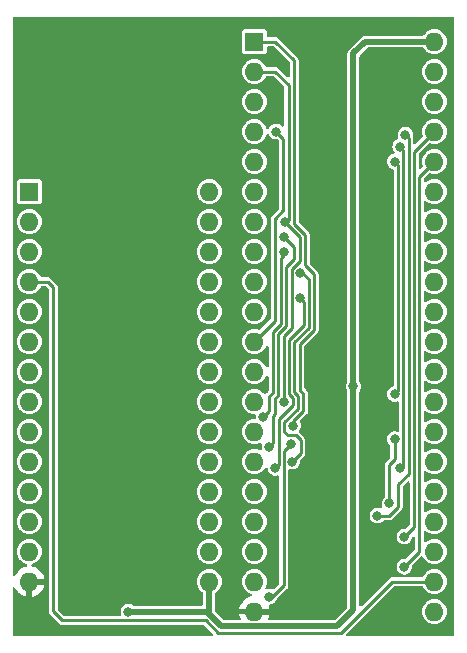
<source format=gbr>
%TF.GenerationSoftware,KiCad,Pcbnew,8.0.7*%
%TF.CreationDate,2025-01-07T22:57:07+00:00*%
%TF.ProjectId,177x,31373778-2e6b-4696-9361-645f70636258,01*%
%TF.SameCoordinates,Original*%
%TF.FileFunction,Copper,L2,Bot*%
%TF.FilePolarity,Positive*%
%FSLAX46Y46*%
G04 Gerber Fmt 4.6, Leading zero omitted, Abs format (unit mm)*
G04 Created by KiCad (PCBNEW 8.0.7) date 2025-01-07 22:57:07*
%MOMM*%
%LPD*%
G01*
G04 APERTURE LIST*
%TA.AperFunction,ComponentPad*%
%ADD10R,1.600000X1.600000*%
%TD*%
%TA.AperFunction,ComponentPad*%
%ADD11O,1.600000X1.600000*%
%TD*%
%TA.AperFunction,ViaPad*%
%ADD12C,0.800000*%
%TD*%
%TA.AperFunction,Conductor*%
%ADD13C,0.500000*%
%TD*%
%TA.AperFunction,Conductor*%
%ADD14C,0.250000*%
%TD*%
G04 APERTURE END LIST*
D10*
%TO.P,IC5,1,FLT_RST*%
%TO.N,Net-(IC3-Q1)*%
X100330000Y-37084000D03*
D11*
%TO.P,IC5,2,SEL0*%
%TO.N,Net-(IC3-Q0)*%
X100330000Y-39624000D03*
%TO.P,IC5,3,CLK*%
%TO.N,Net-(IC5-CLK)*%
X100330000Y-42164000D03*
%TO.P,IC5,4,RST*%
%TO.N,Net-(IC3-Mr)*%
X100330000Y-44704000D03*
%TO.P,IC5,5,~{RDY1}*%
%TO.N,unconnected-(IC5-~{RDY1}-Pad5)*%
X100330000Y-47244000D03*
%TO.P,IC5,6,SEL1*%
%TO.N,Net-(IC5-SEL1)*%
X100330000Y-49784000D03*
%TO.P,IC5,7,~{DACK}*%
%TO.N,Net-(IC5-~{DACK})*%
X100330000Y-52324000D03*
%TO.P,IC5,8,DRQ*%
%TO.N,unconnected-(IC5-DRQ-Pad8)*%
X100330000Y-54864000D03*
%TO.P,IC5,9,~{RD}*%
%TO.N,Net-(IC5-~{RD})*%
X100330000Y-57404000D03*
%TO.P,IC5,10,~{WR}*%
%TO.N,Net-(IC3-Cp)*%
X100330000Y-59944000D03*
%TO.P,IC5,11,INT*%
%TO.N,Net-(IC5-INT)*%
X100330000Y-62484000D03*
%TO.P,IC5,12,DB0*%
%TO.N,/D0*%
X100330000Y-65024000D03*
%TO.P,IC5,13,DB1*%
%TO.N,/D1*%
X100330000Y-67564000D03*
%TO.P,IC5,14,DB2*%
%TO.N,/D2*%
X100330000Y-70104000D03*
%TO.P,IC5,15,DB3*%
%TO.N,/D3*%
X100330000Y-72644000D03*
%TO.P,IC5,16,DB4*%
%TO.N,/D4*%
X100330000Y-75184000D03*
%TO.P,IC5,17,DB5*%
%TO.N,/D5*%
X100330000Y-77724000D03*
%TO.P,IC5,18,DB6*%
%TO.N,/D6*%
X100330000Y-80264000D03*
%TO.P,IC5,19,DB7*%
%TO.N,/D7*%
X100330000Y-82804000D03*
%TO.P,IC5,20,GND*%
%TO.N,GND*%
X100330000Y-85344000D03*
%TO.P,IC5,21,A0*%
%TO.N,/A0*%
X115570000Y-85344000D03*
%TO.P,IC5,22,A1*%
%TO.N,/A1*%
X115570000Y-82804000D03*
%TO.P,IC5,23,NC*%
%TO.N,unconnected-(IC5-NC-Pad23)*%
X115570000Y-80264000D03*
%TO.P,IC5,24,~{CS}*%
%TO.N,Net-(IC3-E1)*%
X115570000Y-77724000D03*
%TO.P,IC5,25,~{SS}/~{PLO}*%
%TO.N,unconnected-(IC5-~{SS}{slash}~{PLO}-Pad25)*%
X115570000Y-75184000D03*
%TO.P,IC5,26,~{DATA_WIN}*%
%TO.N,unconnected-(IC5-~{DATA_WIN}-Pad26)*%
X115570000Y-72644000D03*
%TO.P,IC5,27,~{UNSEP_DATA}*%
%TO.N,/RD_DATA*%
X115570000Y-70104000D03*
%TO.P,IC5,28,~{FLT}*%
%TO.N,unconnected-(IC5-~{FLT}-Pad28)*%
X115570000Y-67564000D03*
%TO.P,IC5,29,WR_DATA*%
%TO.N,/WR_DATA*%
X115570000Y-65024000D03*
%TO.P,IC5,30,~{CNT}/~{OP1}*%
%TO.N,unconnected-(IC5-~{CNT}{slash}~{OP1}-Pad30)*%
X115570000Y-62484000D03*
%TO.P,IC5,31,~{TRK0}*%
%TO.N,/~{TRK0}*%
X115570000Y-59944000D03*
%TO.P,IC5,32,~{RDY0}*%
%TO.N,unconnected-(IC5-~{RDY0}-Pad32)*%
X115570000Y-57404000D03*
%TO.P,IC5,33,WR_PROT*%
%TO.N,/~{WR_PROT}*%
X115570000Y-54864000D03*
%TO.P,IC5,34,~{INDEX}*%
%TO.N,/~{INDEX}*%
X115570000Y-52324000D03*
%TO.P,IC5,35,WR_EN*%
%TO.N,/WR_EN*%
X115570000Y-49784000D03*
%TO.P,IC5,36,SEEK/STEP*%
%TO.N,/STEP*%
X115570000Y-47244000D03*
%TO.P,IC5,37,DIR*%
%TO.N,/DIR*%
X115570000Y-44704000D03*
%TO.P,IC5,38,LOAD_HEAD*%
%TO.N,/MO*%
X115570000Y-42164000D03*
%TO.P,IC5,39,LOW_CURERENT*%
%TO.N,unconnected-(IC5-LOW_CURERENT-Pad39)*%
X115570000Y-39624000D03*
%TO.P,IC5,40,VCC*%
%TO.N,+5V*%
X115570000Y-37084000D03*
%TD*%
D10*
%TO.P,IC1,1,~{CS}*%
%TO.N,Net-(IC1-~{CS})*%
X81275000Y-49794000D03*
D11*
%TO.P,IC1,2,R/~{W}*%
%TO.N,Net-(IC1-R{slash}~{W})*%
X81275000Y-52334000D03*
%TO.P,IC1,3,A0*%
%TO.N,/A0*%
X81275000Y-54874000D03*
%TO.P,IC1,4,A1*%
%TO.N,/A1*%
X81275000Y-57414000D03*
%TO.P,IC1,5,DAL0*%
%TO.N,/D0*%
X81275000Y-59954000D03*
%TO.P,IC1,6,DAL1*%
%TO.N,/D1*%
X81275000Y-62494000D03*
%TO.P,IC1,7,DAL2*%
%TO.N,/D2*%
X81275000Y-65034000D03*
%TO.P,IC1,8,DAL3*%
%TO.N,/D3*%
X81275000Y-67574000D03*
%TO.P,IC1,9,DAL4*%
%TO.N,/D4*%
X81275000Y-70114000D03*
%TO.P,IC1,10,DAL5*%
%TO.N,/D5*%
X81275000Y-72654000D03*
%TO.P,IC1,11,DAL6*%
%TO.N,/D6*%
X81275000Y-75194000D03*
%TO.P,IC1,12,DAL7*%
%TO.N,/D7*%
X81275000Y-77734000D03*
%TO.P,IC1,13,~{MR}*%
%TO.N,Net-(IC1-~{MR})*%
X81275000Y-80274000D03*
%TO.P,IC1,14,GND*%
%TO.N,GND*%
X81275000Y-82814000D03*
%TO.P,IC1,15,VCC*%
%TO.N,+5V*%
X96515000Y-82814000D03*
%TO.P,IC1,16,STEP*%
%TO.N,/STEP*%
X96515000Y-80274000D03*
%TO.P,IC1,17,DIRC*%
%TO.N,/DIR*%
X96515000Y-77734000D03*
%TO.P,IC1,18,CLK*%
%TO.N,/CLK*%
X96515000Y-75194000D03*
%TO.P,IC1,19,~{RD}*%
%TO.N,/RD_DATA*%
X96515000Y-72654000D03*
%TO.P,IC1,20,MO*%
%TO.N,/MO*%
X96515000Y-70114000D03*
%TO.P,IC1,21,WG*%
%TO.N,/WR_EN*%
X96515000Y-67574000D03*
%TO.P,IC1,22,WD*%
%TO.N,/WR_DATA*%
X96515000Y-65034000D03*
%TO.P,IC1,23,~{TR00}*%
%TO.N,/~{TRK0}*%
X96515000Y-62494000D03*
%TO.P,IC1,24,~{IP}*%
%TO.N,/~{INDEX}*%
X96515000Y-59954000D03*
%TO.P,IC1,25,~{WPRT}*%
%TO.N,/~{WR_PROT}*%
X96515000Y-57414000D03*
%TO.P,IC1,26,~{DDEN}*%
%TO.N,Net-(IC1-~{DDEN})*%
X96515000Y-54874000D03*
%TO.P,IC1,27,DRQ*%
%TO.N,Net-(IC1-DRQ)*%
X96515000Y-52334000D03*
%TO.P,IC1,28,INTRQ*%
%TO.N,Net-(IC1-INTRQ)*%
X96515000Y-49794000D03*
%TD*%
D12*
%TO.N,+5V*%
X108716653Y-66289347D03*
X89662000Y-85344000D03*
%TO.N,GND*%
X107442000Y-47244000D03*
X107442000Y-42164000D03*
X87381000Y-82814000D03*
X87381000Y-61209000D03*
X87381000Y-68829000D03*
X87381000Y-51049000D03*
X97795000Y-47239000D03*
X87381000Y-58669000D03*
X82804000Y-42418000D03*
X92710000Y-42418000D03*
X107442000Y-74639000D03*
X87381000Y-76449000D03*
X97795000Y-44699000D03*
X87381000Y-78989000D03*
X87381000Y-66289000D03*
X98303000Y-54097000D03*
X107437347Y-67060653D03*
X87381000Y-63749000D03*
X107442000Y-65532000D03*
X87381000Y-73909000D03*
X107442000Y-52324000D03*
X87381000Y-71369000D03*
X87381000Y-53589000D03*
X98303000Y-49779000D03*
X87381000Y-56129000D03*
%TO.N,/D5*%
X112225000Y-70739000D03*
X111765000Y-76195000D03*
%TO.N,/DIR*%
X113030000Y-78994000D03*
%TO.N,/MO*%
X101600000Y-71374000D03*
X102870000Y-53594000D03*
%TO.N,/STEP*%
X113030000Y-81534000D03*
%TO.N,/WR_EN*%
X101092000Y-68834000D03*
X102870000Y-54864000D03*
%TO.N,Net-(IC1-~{DDEN})*%
X104220000Y-56642000D03*
X103558000Y-72644000D03*
%TO.N,Net-(IC1-~{MR})*%
X101600000Y-84074000D03*
X103442101Y-71157000D03*
%TO.N,Net-(IC5-INT)*%
X102180003Y-44704000D03*
%TO.N,Net-(IC5-CLK)*%
X113125000Y-44958000D03*
X110744000Y-77216000D03*
%TO.N,Net-(IC3-E2)*%
X112675000Y-45974000D03*
X112675000Y-73152000D03*
%TO.N,Net-(IC3-Cp)*%
X104219999Y-58838696D03*
X102108000Y-73189000D03*
%TO.N,Net-(IC3-Q1)*%
X103632000Y-69596000D03*
%TO.N,Net-(IC3-Mr)*%
X112225000Y-47244000D03*
X112225000Y-66929000D03*
%TO.N,Net-(IC3-Q0)*%
X102905003Y-52359003D03*
X102860696Y-67563999D03*
%TD*%
D13*
%TO.N,+5V*%
X108716653Y-66289347D02*
X108716653Y-38095347D01*
X89662000Y-85344000D02*
X96266000Y-85344000D01*
X96266000Y-85344000D02*
X96515000Y-85593000D01*
X108716653Y-38095347D02*
X109728000Y-37084000D01*
X96515000Y-85593000D02*
X97516000Y-86594000D01*
X109728000Y-37084000D02*
X115570000Y-37084000D01*
X96515000Y-85593000D02*
X96515000Y-82814000D01*
X107317000Y-86594000D02*
X108716653Y-85194347D01*
X97516000Y-86594000D02*
X107317000Y-86594000D01*
X108716653Y-85194347D02*
X108716653Y-66289347D01*
%TO.N,GND*%
X92710000Y-42418000D02*
X97282000Y-42418000D01*
X87381000Y-78989000D02*
X87381000Y-76449000D01*
X87381000Y-66289000D02*
X87381000Y-63749000D01*
X87381000Y-53589000D02*
X87381000Y-51049000D01*
X82809000Y-42423000D02*
X82804000Y-42418000D01*
X87381000Y-71369000D02*
X87381000Y-68829000D01*
X82809000Y-44699000D02*
X82809000Y-42423000D01*
X98303000Y-47747000D02*
X97795000Y-47239000D01*
X107437347Y-65536653D02*
X107442000Y-65532000D01*
X92710000Y-42418000D02*
X89159000Y-42418000D01*
X107442000Y-65532000D02*
X107442000Y-52324000D01*
X87381000Y-82814000D02*
X87381000Y-78989000D01*
X87381000Y-58669000D02*
X87381000Y-56129000D01*
X87381000Y-76449000D02*
X87381000Y-73909000D01*
X97790000Y-44694000D02*
X97795000Y-44699000D01*
X97795000Y-42931000D02*
X97282000Y-42418000D01*
X107442000Y-42164000D02*
X107442000Y-47244000D01*
X87381000Y-68829000D02*
X87381000Y-66289000D01*
X89159000Y-42418000D02*
X82804000Y-42418000D01*
X87381000Y-56129000D02*
X87381000Y-53589000D01*
X87381000Y-63749000D02*
X87381000Y-61209000D01*
X87381000Y-49271000D02*
X82809000Y-44699000D01*
X107437347Y-67060653D02*
X107437347Y-74634347D01*
X107442000Y-74639000D02*
X107442000Y-84328000D01*
X107437347Y-74634347D02*
X107442000Y-74639000D01*
X98303000Y-49779000D02*
X98303000Y-47747000D01*
X87381000Y-73909000D02*
X87381000Y-71369000D01*
X107437347Y-67060653D02*
X107437347Y-65536653D01*
X97795000Y-44699000D02*
X97795000Y-47239000D01*
X87381000Y-61209000D02*
X87381000Y-58669000D01*
X106426000Y-85344000D02*
X107442000Y-84328000D01*
X98303000Y-49779000D02*
X98303000Y-54097000D01*
X107442000Y-52324000D02*
X107442000Y-47244000D01*
X97795000Y-44699000D02*
X97795000Y-42931000D01*
X87381000Y-51049000D02*
X87381000Y-49271000D01*
X106426000Y-85344000D02*
X100330000Y-85344000D01*
D14*
%TO.N,/D5*%
X112225000Y-72438000D02*
X112225000Y-70739000D01*
X111765000Y-72898000D02*
X111765000Y-76195000D01*
X112225000Y-72438000D02*
X111765000Y-72898000D01*
%TO.N,/DIR*%
X113850000Y-78174000D02*
X113850000Y-46424000D01*
X113850000Y-46424000D02*
X115570000Y-44704000D01*
X113030000Y-78994000D02*
X113850000Y-78174000D01*
%TO.N,/A1*%
X84079000Y-86101000D02*
X83317000Y-85339000D01*
X82824000Y-57414000D02*
X81275000Y-57414000D01*
X96209828Y-86101000D02*
X84079000Y-86101000D01*
X83317000Y-57907000D02*
X82824000Y-57414000D01*
X115570000Y-82804000D02*
X112014000Y-82804000D01*
X83317000Y-85339000D02*
X83317000Y-57907000D01*
X107649000Y-87169000D02*
X97277828Y-87169000D01*
X112014000Y-82804000D02*
X107649000Y-87169000D01*
X97277828Y-87169000D02*
X96209828Y-86101000D01*
%TO.N,/MO*%
X101912000Y-71062000D02*
X101600000Y-71374000D01*
X103045000Y-61146396D02*
X102362000Y-61829396D01*
X102050000Y-68638000D02*
X101912000Y-68776000D01*
X102050000Y-67310000D02*
X102050000Y-68638000D01*
X103719500Y-54443500D02*
X103719500Y-55459500D01*
X102362000Y-66998000D02*
X102050000Y-67310000D01*
X102362000Y-61829396D02*
X102362000Y-66998000D01*
X103719500Y-55459500D02*
X103045000Y-56134000D01*
X102870000Y-53594000D02*
X103719500Y-54443500D01*
X103045000Y-56134000D02*
X103045000Y-61146396D01*
X101912000Y-68776000D02*
X101912000Y-71062000D01*
%TO.N,/STEP*%
X113030000Y-81534000D02*
X114300000Y-80264000D01*
X114300000Y-48514000D02*
X115570000Y-47244000D01*
X114300000Y-80264000D02*
X114300000Y-48514000D01*
%TO.N,/WR_EN*%
X101912000Y-61643000D02*
X102595000Y-60960000D01*
X102595000Y-55393000D02*
X102870000Y-55118000D01*
X101600000Y-68326000D02*
X101600000Y-67114000D01*
X101092000Y-68834000D02*
X101600000Y-68326000D01*
X101912000Y-66802000D02*
X101912000Y-61643000D01*
X102870000Y-55118000D02*
X102870000Y-54864000D01*
X102595000Y-60960000D02*
X102595000Y-55393000D01*
X101600000Y-67114000D02*
X101912000Y-66802000D01*
%TO.N,Net-(IC1-~{DDEN})*%
X102876049Y-69326646D02*
X102876049Y-70110049D01*
X104944999Y-57192999D02*
X104944999Y-61299397D01*
X103712000Y-62532396D02*
X103712000Y-66753602D01*
X104944999Y-61299397D02*
X103712000Y-62532396D01*
X104262000Y-71940000D02*
X103558000Y-72644000D01*
X104394000Y-56642000D02*
X104944999Y-57192999D01*
X103844000Y-70432000D02*
X104262000Y-70850000D01*
X104035696Y-67077298D02*
X104035696Y-68166999D01*
X104035696Y-68166999D02*
X102876049Y-69326646D01*
X103712000Y-66753602D02*
X104035696Y-67077298D01*
X104220000Y-56642000D02*
X104394000Y-56642000D01*
X103198000Y-70432000D02*
X103844000Y-70432000D01*
X104262000Y-70850000D02*
X104262000Y-71940000D01*
X102876049Y-70110049D02*
X103198000Y-70432000D01*
%TO.N,Net-(IC1-~{MR})*%
X102833000Y-83095000D02*
X101854000Y-84074000D01*
X103442101Y-71157000D02*
X102833000Y-71766101D01*
X102833000Y-71766101D02*
X102833000Y-83095000D01*
X101854000Y-84074000D02*
X101600000Y-84074000D01*
%TO.N,Net-(IC5-INT)*%
X102108000Y-60706000D02*
X100330000Y-62484000D01*
X102180003Y-44704000D02*
X102796198Y-45320195D01*
X102108000Y-52070000D02*
X102108000Y-60706000D01*
X102796198Y-51381802D02*
X102108000Y-52070000D01*
X102796198Y-45320195D02*
X102796198Y-51381802D01*
%TO.N,Net-(IC5-CLK)*%
X113400000Y-73670000D02*
X113400000Y-45212000D01*
X113400000Y-45212000D02*
X113146000Y-44958000D01*
X113146000Y-44958000D02*
X113125000Y-44958000D01*
X111769305Y-77216000D02*
X112517000Y-76468305D01*
X112517000Y-74553000D02*
X113400000Y-73670000D01*
X112517000Y-76468305D02*
X112517000Y-74553000D01*
X110744000Y-77216000D02*
X111769305Y-77216000D01*
%TO.N,Net-(IC3-E2)*%
X112675000Y-45974000D02*
X112950000Y-46249000D01*
X112776000Y-73152000D02*
X112675000Y-73152000D01*
X112950000Y-46249000D02*
X112950000Y-72978000D01*
X112950000Y-72978000D02*
X112776000Y-73152000D01*
%TO.N,Net-(IC3-Cp)*%
X103585696Y-67263694D02*
X103585696Y-67864304D01*
X104494999Y-61113001D02*
X103262000Y-62346000D01*
X102383000Y-72914000D02*
X102108000Y-73189000D01*
X104494999Y-59113696D02*
X104494999Y-61113001D01*
X103262000Y-66939998D02*
X103585696Y-67263694D01*
X104219999Y-58838696D02*
X104494999Y-59113696D01*
X103585696Y-67864304D02*
X102383000Y-69067000D01*
X102383000Y-69067000D02*
X102383000Y-72914000D01*
X103262000Y-62346000D02*
X103262000Y-66939998D01*
%TO.N,Net-(IC3-Q1)*%
X100330000Y-37084000D02*
X102108000Y-37084000D01*
X104485696Y-68353396D02*
X103632000Y-69207092D01*
X105394999Y-61485793D02*
X105394999Y-56791694D01*
X103696198Y-38672198D02*
X103696198Y-52513802D01*
X103696198Y-52513802D02*
X104619500Y-53437104D01*
X103632000Y-69207092D02*
X103632000Y-69596000D01*
X105394999Y-56791694D02*
X104619500Y-56016195D01*
X105394999Y-61485793D02*
X104162000Y-62718792D01*
X104619500Y-53437104D02*
X104619500Y-56016195D01*
X104162000Y-66567206D02*
X104485696Y-66890902D01*
X104485696Y-66890902D02*
X104485696Y-68353396D01*
X104162000Y-62718792D02*
X104162000Y-66567206D01*
X102108000Y-37084000D02*
X103696198Y-38672198D01*
%TO.N,Net-(IC3-Mr)*%
X112500000Y-66654000D02*
X112225000Y-66929000D01*
X112500000Y-47519000D02*
X112500000Y-66654000D01*
X112225000Y-47244000D02*
X112500000Y-47519000D01*
%TO.N,Net-(IC3-Q0)*%
X102812000Y-67289000D02*
X102812000Y-67515303D01*
X102812000Y-62034000D02*
X102812000Y-67289000D01*
X103246198Y-52201802D02*
X103246198Y-40762198D01*
X103495000Y-61351000D02*
X102812000Y-62034000D01*
X103495000Y-56320396D02*
X103495000Y-61351000D01*
X104169500Y-55645896D02*
X103495000Y-56320396D01*
X102812000Y-67515303D02*
X102860696Y-67563999D01*
X102905003Y-52359003D02*
X104169500Y-53623500D01*
X103088997Y-52359003D02*
X103246198Y-52201802D01*
X104169500Y-53623500D02*
X104169500Y-55645896D01*
X103246198Y-40762198D02*
X102108000Y-39624000D01*
X102108000Y-39624000D02*
X100330000Y-39624000D01*
X102905003Y-52359003D02*
X103088997Y-52359003D01*
%TD*%
%TA.AperFunction,Conductor*%
%TO.N,GND*%
G36*
X117202539Y-35034185D02*
G01*
X117248294Y-35086989D01*
X117259500Y-35138500D01*
X117259500Y-87289500D01*
X117239815Y-87356539D01*
X117187011Y-87402294D01*
X117135500Y-87413500D01*
X108240555Y-87413500D01*
X108173516Y-87393815D01*
X108127761Y-87341011D01*
X108117817Y-87271853D01*
X108146842Y-87208297D01*
X108152874Y-87201819D01*
X110010694Y-85344000D01*
X114510398Y-85344000D01*
X114530757Y-85550716D01*
X114591056Y-85749496D01*
X114688969Y-85932677D01*
X114688974Y-85932684D01*
X114820747Y-86093252D01*
X114932483Y-86184950D01*
X114981317Y-86225027D01*
X114981320Y-86225028D01*
X114981322Y-86225030D01*
X115164503Y-86322943D01*
X115164505Y-86322943D01*
X115164508Y-86322945D01*
X115363282Y-86383242D01*
X115570000Y-86403602D01*
X115776718Y-86383242D01*
X115975492Y-86322945D01*
X116158683Y-86225027D01*
X116319252Y-86093252D01*
X116451027Y-85932683D01*
X116548945Y-85749492D01*
X116609242Y-85550718D01*
X116629602Y-85344000D01*
X116609242Y-85137282D01*
X116548945Y-84938508D01*
X116548943Y-84938505D01*
X116548943Y-84938503D01*
X116451030Y-84755322D01*
X116451028Y-84755320D01*
X116451027Y-84755317D01*
X116337184Y-84616598D01*
X116319252Y-84594747D01*
X116158684Y-84462974D01*
X116158677Y-84462969D01*
X115975496Y-84365056D01*
X115776716Y-84304757D01*
X115570000Y-84284398D01*
X115363283Y-84304757D01*
X115164503Y-84365056D01*
X114981322Y-84462969D01*
X114981315Y-84462974D01*
X114820747Y-84594747D01*
X114688974Y-84755315D01*
X114688969Y-84755322D01*
X114591056Y-84938503D01*
X114530757Y-85137283D01*
X114510398Y-85344000D01*
X110010694Y-85344000D01*
X110063355Y-85291339D01*
X112134875Y-83219819D01*
X112196198Y-83186334D01*
X112222556Y-83183500D01*
X114502839Y-83183500D01*
X114569878Y-83203185D01*
X114612197Y-83249047D01*
X114688969Y-83392677D01*
X114688972Y-83392681D01*
X114688973Y-83392683D01*
X114702272Y-83408888D01*
X114820747Y-83553252D01*
X114922551Y-83636799D01*
X114981317Y-83685027D01*
X114981320Y-83685028D01*
X114981322Y-83685030D01*
X115164503Y-83782943D01*
X115164505Y-83782943D01*
X115164508Y-83782945D01*
X115363282Y-83843242D01*
X115570000Y-83863602D01*
X115776718Y-83843242D01*
X115975492Y-83782945D01*
X116158683Y-83685027D01*
X116319252Y-83553252D01*
X116451027Y-83392683D01*
X116543600Y-83219492D01*
X116548943Y-83209496D01*
X116548944Y-83209494D01*
X116548945Y-83209492D01*
X116609242Y-83010718D01*
X116629602Y-82804000D01*
X116609242Y-82597282D01*
X116548945Y-82398508D01*
X116548943Y-82398505D01*
X116548943Y-82398503D01*
X116451030Y-82215322D01*
X116451028Y-82215320D01*
X116451027Y-82215317D01*
X116327459Y-82064748D01*
X116319252Y-82054747D01*
X116158684Y-81922974D01*
X116158677Y-81922969D01*
X115975496Y-81825056D01*
X115776716Y-81764757D01*
X115570000Y-81744398D01*
X115363283Y-81764757D01*
X115164503Y-81825056D01*
X114981322Y-81922969D01*
X114981315Y-81922974D01*
X114820747Y-82054747D01*
X114688974Y-82215315D01*
X114688969Y-82215322D01*
X114612197Y-82358953D01*
X114563235Y-82408797D01*
X114502839Y-82424500D01*
X113173214Y-82424500D01*
X113106175Y-82404815D01*
X113060420Y-82352011D01*
X113050476Y-82282853D01*
X113079501Y-82219297D01*
X113138279Y-82181523D01*
X113143539Y-82180103D01*
X113147634Y-82179093D01*
X113263793Y-82150463D01*
X113404529Y-82076599D01*
X113523498Y-81971201D01*
X113613787Y-81840395D01*
X113670149Y-81691782D01*
X113689307Y-81534000D01*
X113683308Y-81484595D01*
X113694768Y-81415674D01*
X113718720Y-81381972D01*
X114417151Y-80683541D01*
X114478472Y-80650058D01*
X114548164Y-80655042D01*
X114604097Y-80696914D01*
X114614188Y-80712771D01*
X114688969Y-80852677D01*
X114688974Y-80852684D01*
X114820747Y-81013252D01*
X114922545Y-81096794D01*
X114981317Y-81145027D01*
X114981320Y-81145028D01*
X114981322Y-81145030D01*
X115164503Y-81242943D01*
X115164505Y-81242943D01*
X115164508Y-81242945D01*
X115363282Y-81303242D01*
X115570000Y-81323602D01*
X115776718Y-81303242D01*
X115975492Y-81242945D01*
X116158683Y-81145027D01*
X116319252Y-81013252D01*
X116451027Y-80852683D01*
X116548945Y-80669492D01*
X116609242Y-80470718D01*
X116629602Y-80264000D01*
X116609242Y-80057282D01*
X116548945Y-79858508D01*
X116548943Y-79858505D01*
X116548943Y-79858503D01*
X116451030Y-79675322D01*
X116451028Y-79675320D01*
X116451027Y-79675317D01*
X116327459Y-79524748D01*
X116319252Y-79514747D01*
X116158684Y-79382974D01*
X116158677Y-79382969D01*
X115975496Y-79285056D01*
X115776716Y-79224757D01*
X115570000Y-79204398D01*
X115363283Y-79224757D01*
X115164503Y-79285056D01*
X114981322Y-79382969D01*
X114981316Y-79382973D01*
X114882164Y-79464345D01*
X114817854Y-79491657D01*
X114748987Y-79479866D01*
X114697427Y-79432713D01*
X114679500Y-79368491D01*
X114679500Y-78619508D01*
X114699185Y-78552469D01*
X114751989Y-78506714D01*
X114821147Y-78496770D01*
X114882165Y-78523655D01*
X114981315Y-78605026D01*
X114981322Y-78605030D01*
X115164503Y-78702943D01*
X115164505Y-78702943D01*
X115164508Y-78702945D01*
X115363282Y-78763242D01*
X115570000Y-78783602D01*
X115776718Y-78763242D01*
X115975492Y-78702945D01*
X116158683Y-78605027D01*
X116319252Y-78473252D01*
X116451027Y-78312683D01*
X116548945Y-78129492D01*
X116609242Y-77930718D01*
X116629602Y-77724000D01*
X116609242Y-77517282D01*
X116548945Y-77318508D01*
X116548943Y-77318505D01*
X116548943Y-77318503D01*
X116451030Y-77135322D01*
X116451028Y-77135320D01*
X116451027Y-77135317D01*
X116327459Y-76984748D01*
X116319252Y-76974747D01*
X116158684Y-76842974D01*
X116158677Y-76842969D01*
X115975496Y-76745056D01*
X115776716Y-76684757D01*
X115570000Y-76664398D01*
X115363283Y-76684757D01*
X115164503Y-76745056D01*
X114981322Y-76842969D01*
X114981316Y-76842973D01*
X114882164Y-76924345D01*
X114817854Y-76951657D01*
X114748987Y-76939866D01*
X114697427Y-76892713D01*
X114679500Y-76828491D01*
X114679500Y-76079508D01*
X114699185Y-76012469D01*
X114751989Y-75966714D01*
X114821147Y-75956770D01*
X114882165Y-75983655D01*
X114981315Y-76065026D01*
X114981322Y-76065030D01*
X115164503Y-76162943D01*
X115164505Y-76162943D01*
X115164508Y-76162945D01*
X115363282Y-76223242D01*
X115570000Y-76243602D01*
X115776718Y-76223242D01*
X115975492Y-76162945D01*
X116158683Y-76065027D01*
X116319252Y-75933252D01*
X116451027Y-75772683D01*
X116548945Y-75589492D01*
X116609242Y-75390718D01*
X116629602Y-75184000D01*
X116609242Y-74977282D01*
X116548945Y-74778508D01*
X116548943Y-74778505D01*
X116548943Y-74778503D01*
X116451030Y-74595322D01*
X116451028Y-74595320D01*
X116451027Y-74595317D01*
X116410950Y-74546483D01*
X116319252Y-74434747D01*
X116158684Y-74302974D01*
X116158677Y-74302969D01*
X115975496Y-74205056D01*
X115776716Y-74144757D01*
X115570000Y-74124398D01*
X115363283Y-74144757D01*
X115164503Y-74205056D01*
X114981322Y-74302969D01*
X114981316Y-74302973D01*
X114882164Y-74384345D01*
X114817854Y-74411657D01*
X114748987Y-74399866D01*
X114697427Y-74352713D01*
X114679500Y-74288491D01*
X114679500Y-73539508D01*
X114699185Y-73472469D01*
X114751989Y-73426714D01*
X114821147Y-73416770D01*
X114882165Y-73443655D01*
X114981315Y-73525026D01*
X114981322Y-73525030D01*
X115164503Y-73622943D01*
X115164505Y-73622943D01*
X115164508Y-73622945D01*
X115363282Y-73683242D01*
X115570000Y-73703602D01*
X115776718Y-73683242D01*
X115975492Y-73622945D01*
X116158683Y-73525027D01*
X116319252Y-73393252D01*
X116451027Y-73232683D01*
X116548945Y-73049492D01*
X116609242Y-72850718D01*
X116629602Y-72644000D01*
X116609242Y-72437282D01*
X116548945Y-72238508D01*
X116548943Y-72238505D01*
X116548943Y-72238503D01*
X116451030Y-72055322D01*
X116451028Y-72055320D01*
X116451027Y-72055317D01*
X116397390Y-71989960D01*
X116319252Y-71894747D01*
X116158684Y-71762974D01*
X116158677Y-71762969D01*
X115975496Y-71665056D01*
X115776716Y-71604757D01*
X115570000Y-71584398D01*
X115363283Y-71604757D01*
X115164503Y-71665056D01*
X114981322Y-71762969D01*
X114981316Y-71762973D01*
X114882164Y-71844345D01*
X114817854Y-71871657D01*
X114748987Y-71859866D01*
X114697427Y-71812713D01*
X114679500Y-71748491D01*
X114679500Y-70999508D01*
X114699185Y-70932469D01*
X114751989Y-70886714D01*
X114821147Y-70876770D01*
X114882165Y-70903655D01*
X114981315Y-70985026D01*
X114981322Y-70985030D01*
X115164503Y-71082943D01*
X115164505Y-71082943D01*
X115164508Y-71082945D01*
X115363282Y-71143242D01*
X115570000Y-71163602D01*
X115776718Y-71143242D01*
X115975492Y-71082945D01*
X116158683Y-70985027D01*
X116319252Y-70853252D01*
X116451027Y-70692683D01*
X116548945Y-70509492D01*
X116609242Y-70310718D01*
X116629602Y-70104000D01*
X116609242Y-69897282D01*
X116548945Y-69698508D01*
X116548943Y-69698505D01*
X116548943Y-69698503D01*
X116451030Y-69515322D01*
X116451028Y-69515320D01*
X116451027Y-69515317D01*
X116327459Y-69364748D01*
X116319252Y-69354747D01*
X116158684Y-69222974D01*
X116158677Y-69222969D01*
X115975496Y-69125056D01*
X115776716Y-69064757D01*
X115570000Y-69044398D01*
X115363283Y-69064757D01*
X115164503Y-69125056D01*
X114981322Y-69222969D01*
X114981316Y-69222973D01*
X114882164Y-69304345D01*
X114817854Y-69331657D01*
X114748987Y-69319866D01*
X114697427Y-69272713D01*
X114679500Y-69208491D01*
X114679500Y-68459508D01*
X114699185Y-68392469D01*
X114751989Y-68346714D01*
X114821147Y-68336770D01*
X114882165Y-68363655D01*
X114981315Y-68445026D01*
X114981322Y-68445030D01*
X115164503Y-68542943D01*
X115164505Y-68542943D01*
X115164508Y-68542945D01*
X115363282Y-68603242D01*
X115570000Y-68623602D01*
X115776718Y-68603242D01*
X115975492Y-68542945D01*
X116158683Y-68445027D01*
X116319252Y-68313252D01*
X116451027Y-68152683D01*
X116548945Y-67969492D01*
X116609242Y-67770718D01*
X116629602Y-67564000D01*
X116609242Y-67357282D01*
X116548945Y-67158508D01*
X116548943Y-67158505D01*
X116548943Y-67158503D01*
X116451030Y-66975322D01*
X116451028Y-66975320D01*
X116451027Y-66975317D01*
X116373608Y-66880981D01*
X116319252Y-66814747D01*
X116158684Y-66682974D01*
X116158677Y-66682969D01*
X115975496Y-66585056D01*
X115776716Y-66524757D01*
X115570000Y-66504398D01*
X115363283Y-66524757D01*
X115164503Y-66585056D01*
X114981322Y-66682969D01*
X114981316Y-66682973D01*
X114882164Y-66764345D01*
X114817854Y-66791657D01*
X114748987Y-66779866D01*
X114697427Y-66732713D01*
X114679500Y-66668491D01*
X114679500Y-65919508D01*
X114699185Y-65852469D01*
X114751989Y-65806714D01*
X114821147Y-65796770D01*
X114882163Y-65823654D01*
X114917275Y-65852469D01*
X114981315Y-65905026D01*
X114981322Y-65905030D01*
X115164503Y-66002943D01*
X115164505Y-66002943D01*
X115164508Y-66002945D01*
X115363282Y-66063242D01*
X115570000Y-66083602D01*
X115776718Y-66063242D01*
X115975492Y-66002945D01*
X116158683Y-65905027D01*
X116319252Y-65773252D01*
X116451027Y-65612683D01*
X116531613Y-65461917D01*
X116548943Y-65429496D01*
X116548943Y-65429495D01*
X116548945Y-65429492D01*
X116609242Y-65230718D01*
X116629602Y-65024000D01*
X116609242Y-64817282D01*
X116548945Y-64618508D01*
X116548943Y-64618505D01*
X116548943Y-64618503D01*
X116451030Y-64435322D01*
X116451028Y-64435320D01*
X116451027Y-64435317D01*
X116327459Y-64284748D01*
X116319252Y-64274747D01*
X116158684Y-64142974D01*
X116158677Y-64142969D01*
X115975496Y-64045056D01*
X115776716Y-63984757D01*
X115570000Y-63964398D01*
X115363283Y-63984757D01*
X115164503Y-64045056D01*
X114981322Y-64142969D01*
X114981316Y-64142973D01*
X114882164Y-64224345D01*
X114817854Y-64251657D01*
X114748987Y-64239866D01*
X114697427Y-64192713D01*
X114679500Y-64128491D01*
X114679500Y-63379508D01*
X114699185Y-63312469D01*
X114751989Y-63266714D01*
X114821147Y-63256770D01*
X114882165Y-63283655D01*
X114981315Y-63365026D01*
X114981322Y-63365030D01*
X115164503Y-63462943D01*
X115164505Y-63462943D01*
X115164508Y-63462945D01*
X115363282Y-63523242D01*
X115570000Y-63543602D01*
X115776718Y-63523242D01*
X115975492Y-63462945D01*
X116158683Y-63365027D01*
X116319252Y-63233252D01*
X116451027Y-63072683D01*
X116531613Y-62921917D01*
X116548943Y-62889496D01*
X116548943Y-62889495D01*
X116548945Y-62889492D01*
X116609242Y-62690718D01*
X116629602Y-62484000D01*
X116609242Y-62277282D01*
X116548945Y-62078508D01*
X116548943Y-62078505D01*
X116548943Y-62078503D01*
X116451030Y-61895322D01*
X116451028Y-61895320D01*
X116451027Y-61895317D01*
X116372541Y-61799681D01*
X116319252Y-61734747D01*
X116158684Y-61602974D01*
X116158677Y-61602969D01*
X115975496Y-61505056D01*
X115776716Y-61444757D01*
X115570000Y-61424398D01*
X115363283Y-61444757D01*
X115164503Y-61505056D01*
X114981322Y-61602969D01*
X114981316Y-61602973D01*
X114882164Y-61684345D01*
X114817854Y-61711657D01*
X114748987Y-61699866D01*
X114697427Y-61652713D01*
X114679500Y-61588491D01*
X114679500Y-60839508D01*
X114699185Y-60772469D01*
X114751989Y-60726714D01*
X114821147Y-60716770D01*
X114882165Y-60743655D01*
X114981315Y-60825026D01*
X114981322Y-60825030D01*
X115164503Y-60922943D01*
X115164505Y-60922943D01*
X115164508Y-60922945D01*
X115363282Y-60983242D01*
X115570000Y-61003602D01*
X115776718Y-60983242D01*
X115975492Y-60922945D01*
X116158683Y-60825027D01*
X116319252Y-60693252D01*
X116451027Y-60532683D01*
X116548945Y-60349492D01*
X116609242Y-60150718D01*
X116629602Y-59944000D01*
X116609242Y-59737282D01*
X116548945Y-59538508D01*
X116548943Y-59538505D01*
X116548943Y-59538503D01*
X116451030Y-59355322D01*
X116451028Y-59355320D01*
X116451027Y-59355317D01*
X116327459Y-59204748D01*
X116319252Y-59194747D01*
X116158684Y-59062974D01*
X116158677Y-59062969D01*
X115975496Y-58965056D01*
X115776716Y-58904757D01*
X115570000Y-58884398D01*
X115363283Y-58904757D01*
X115164503Y-58965056D01*
X114981322Y-59062969D01*
X114981316Y-59062973D01*
X114882164Y-59144345D01*
X114817854Y-59171657D01*
X114748987Y-59159866D01*
X114697427Y-59112713D01*
X114679500Y-59048491D01*
X114679500Y-58299508D01*
X114699185Y-58232469D01*
X114751989Y-58186714D01*
X114821147Y-58176770D01*
X114882163Y-58203654D01*
X114895049Y-58214229D01*
X114981315Y-58285026D01*
X114981322Y-58285030D01*
X115164503Y-58382943D01*
X115164505Y-58382943D01*
X115164508Y-58382945D01*
X115363282Y-58443242D01*
X115570000Y-58463602D01*
X115776718Y-58443242D01*
X115975492Y-58382945D01*
X116158683Y-58285027D01*
X116319252Y-58153252D01*
X116451027Y-57992683D01*
X116548945Y-57809492D01*
X116609242Y-57610718D01*
X116629602Y-57404000D01*
X116609242Y-57197282D01*
X116548945Y-56998508D01*
X116548943Y-56998505D01*
X116548943Y-56998503D01*
X116451030Y-56815322D01*
X116451028Y-56815320D01*
X116451027Y-56815317D01*
X116410950Y-56766483D01*
X116319252Y-56654747D01*
X116158684Y-56522974D01*
X116158677Y-56522969D01*
X115975496Y-56425056D01*
X115776716Y-56364757D01*
X115570000Y-56344398D01*
X115363283Y-56364757D01*
X115164503Y-56425056D01*
X114981322Y-56522969D01*
X114981316Y-56522973D01*
X114882164Y-56604345D01*
X114817854Y-56631657D01*
X114748987Y-56619866D01*
X114697427Y-56572713D01*
X114679500Y-56508491D01*
X114679500Y-55759508D01*
X114699185Y-55692469D01*
X114751989Y-55646714D01*
X114821147Y-55636770D01*
X114882165Y-55663655D01*
X114981315Y-55745026D01*
X114981322Y-55745030D01*
X115164503Y-55842943D01*
X115164505Y-55842943D01*
X115164508Y-55842945D01*
X115363282Y-55903242D01*
X115570000Y-55923602D01*
X115776718Y-55903242D01*
X115975492Y-55842945D01*
X115992233Y-55833997D01*
X116131591Y-55759508D01*
X116158683Y-55745027D01*
X116319252Y-55613252D01*
X116451027Y-55452683D01*
X116548945Y-55269492D01*
X116609242Y-55070718D01*
X116629602Y-54864000D01*
X116609242Y-54657282D01*
X116548945Y-54458508D01*
X116548943Y-54458505D01*
X116548943Y-54458503D01*
X116451030Y-54275322D01*
X116451028Y-54275320D01*
X116451027Y-54275317D01*
X116337185Y-54136599D01*
X116319252Y-54114747D01*
X116158684Y-53982974D01*
X116158677Y-53982969D01*
X115975496Y-53885056D01*
X115776716Y-53824757D01*
X115570000Y-53804398D01*
X115363283Y-53824757D01*
X115164503Y-53885056D01*
X114981322Y-53982969D01*
X114981316Y-53982973D01*
X114882164Y-54064345D01*
X114817854Y-54091657D01*
X114748987Y-54079866D01*
X114697427Y-54032713D01*
X114679500Y-53968491D01*
X114679500Y-53219508D01*
X114699185Y-53152469D01*
X114751989Y-53106714D01*
X114821147Y-53096770D01*
X114882163Y-53123654D01*
X114888796Y-53129097D01*
X114981315Y-53205026D01*
X114981322Y-53205030D01*
X115164503Y-53302943D01*
X115164505Y-53302943D01*
X115164508Y-53302945D01*
X115363282Y-53363242D01*
X115570000Y-53383602D01*
X115776718Y-53363242D01*
X115975492Y-53302945D01*
X115998551Y-53290620D01*
X116131591Y-53219508D01*
X116158683Y-53205027D01*
X116319252Y-53073252D01*
X116451027Y-52912683D01*
X116548945Y-52729492D01*
X116609242Y-52530718D01*
X116629602Y-52324000D01*
X116609242Y-52117282D01*
X116548945Y-51918508D01*
X116548943Y-51918505D01*
X116548943Y-51918503D01*
X116451030Y-51735322D01*
X116451028Y-51735320D01*
X116451027Y-51735317D01*
X116327459Y-51584748D01*
X116319252Y-51574747D01*
X116158684Y-51442974D01*
X116158677Y-51442969D01*
X115975496Y-51345056D01*
X115776716Y-51284757D01*
X115570000Y-51264398D01*
X115363283Y-51284757D01*
X115164503Y-51345056D01*
X114981322Y-51442969D01*
X114981316Y-51442973D01*
X114882164Y-51524345D01*
X114817854Y-51551657D01*
X114748987Y-51539866D01*
X114697427Y-51492713D01*
X114679500Y-51428491D01*
X114679500Y-50679508D01*
X114699185Y-50612469D01*
X114751989Y-50566714D01*
X114821147Y-50556770D01*
X114882165Y-50583655D01*
X114981315Y-50665026D01*
X114981322Y-50665030D01*
X115164503Y-50762943D01*
X115164505Y-50762943D01*
X115164508Y-50762945D01*
X115363282Y-50823242D01*
X115570000Y-50843602D01*
X115776718Y-50823242D01*
X115975492Y-50762945D01*
X116158683Y-50665027D01*
X116319252Y-50533252D01*
X116451027Y-50372683D01*
X116548945Y-50189492D01*
X116609242Y-49990718D01*
X116629602Y-49784000D01*
X116609242Y-49577282D01*
X116548945Y-49378508D01*
X116548943Y-49378505D01*
X116548943Y-49378503D01*
X116451030Y-49195322D01*
X116451028Y-49195320D01*
X116451027Y-49195317D01*
X116327459Y-49044748D01*
X116319252Y-49034747D01*
X116158684Y-48902974D01*
X116158677Y-48902969D01*
X115975496Y-48805056D01*
X115776716Y-48744757D01*
X115570000Y-48724398D01*
X115363283Y-48744757D01*
X115164503Y-48805056D01*
X114981322Y-48902969D01*
X114981316Y-48902973D01*
X114882164Y-48984345D01*
X114817854Y-49011657D01*
X114748987Y-48999866D01*
X114697427Y-48952713D01*
X114679500Y-48888491D01*
X114679500Y-48722555D01*
X114699185Y-48655516D01*
X114715815Y-48634878D01*
X115083751Y-48266941D01*
X115145072Y-48233458D01*
X115207422Y-48235962D01*
X115363282Y-48283242D01*
X115570000Y-48303602D01*
X115776718Y-48283242D01*
X115975492Y-48222945D01*
X115999449Y-48210140D01*
X116158677Y-48125030D01*
X116158675Y-48125030D01*
X116158683Y-48125027D01*
X116319252Y-47993252D01*
X116451027Y-47832683D01*
X116531998Y-47681198D01*
X116548943Y-47649496D01*
X116548943Y-47649495D01*
X116548945Y-47649492D01*
X116609242Y-47450718D01*
X116629602Y-47244000D01*
X116609242Y-47037282D01*
X116548945Y-46838508D01*
X116548943Y-46838505D01*
X116548943Y-46838503D01*
X116451030Y-46655322D01*
X116451028Y-46655320D01*
X116451027Y-46655317D01*
X116397803Y-46590463D01*
X116319252Y-46494747D01*
X116158684Y-46362974D01*
X116158677Y-46362969D01*
X115975496Y-46265056D01*
X115776716Y-46204757D01*
X115570000Y-46184398D01*
X115363283Y-46204757D01*
X115164503Y-46265056D01*
X114981322Y-46362969D01*
X114981315Y-46362974D01*
X114820747Y-46494747D01*
X114688974Y-46655315D01*
X114688969Y-46655322D01*
X114591056Y-46838503D01*
X114530757Y-47037283D01*
X114510398Y-47244000D01*
X114530757Y-47450716D01*
X114530758Y-47450718D01*
X114578036Y-47606573D01*
X114578659Y-47676439D01*
X114547056Y-47730248D01*
X114441180Y-47836124D01*
X114379859Y-47869609D01*
X114310167Y-47864625D01*
X114254233Y-47822754D01*
X114229816Y-47757290D01*
X114229500Y-47748443D01*
X114229500Y-46632555D01*
X114249185Y-46565516D01*
X114265815Y-46544878D01*
X115083751Y-45726941D01*
X115145072Y-45693458D01*
X115207422Y-45695962D01*
X115363282Y-45743242D01*
X115570000Y-45763602D01*
X115776718Y-45743242D01*
X115975492Y-45682945D01*
X115999449Y-45670140D01*
X116158677Y-45585030D01*
X116158675Y-45585030D01*
X116158683Y-45585027D01*
X116319252Y-45453252D01*
X116451027Y-45292683D01*
X116520858Y-45162039D01*
X116548943Y-45109496D01*
X116548943Y-45109495D01*
X116548945Y-45109492D01*
X116609242Y-44910718D01*
X116629602Y-44704000D01*
X116609242Y-44497282D01*
X116548945Y-44298508D01*
X116548943Y-44298505D01*
X116548943Y-44298503D01*
X116451030Y-44115322D01*
X116451028Y-44115320D01*
X116451027Y-44115317D01*
X116397013Y-44049500D01*
X116319252Y-43954747D01*
X116158684Y-43822974D01*
X116158677Y-43822969D01*
X115975496Y-43725056D01*
X115776716Y-43664757D01*
X115570000Y-43644398D01*
X115363283Y-43664757D01*
X115164503Y-43725056D01*
X114981322Y-43822969D01*
X114981315Y-43822974D01*
X114820747Y-43954747D01*
X114688974Y-44115315D01*
X114688969Y-44115322D01*
X114591056Y-44298503D01*
X114530757Y-44497283D01*
X114510398Y-44704000D01*
X114530757Y-44910716D01*
X114530758Y-44910718D01*
X114578036Y-45066573D01*
X114578659Y-45136439D01*
X114547056Y-45190248D01*
X113991181Y-45746124D01*
X113929858Y-45779609D01*
X113860167Y-45774625D01*
X113804233Y-45732754D01*
X113779816Y-45667289D01*
X113779500Y-45658443D01*
X113779500Y-45271964D01*
X113779501Y-45271951D01*
X113779501Y-45162039D01*
X113779501Y-45162038D01*
X113771975Y-45133951D01*
X113768654Y-45086911D01*
X113784307Y-44958000D01*
X113765149Y-44800218D01*
X113708787Y-44651605D01*
X113618498Y-44520799D01*
X113618495Y-44520796D01*
X113618493Y-44520794D01*
X113499530Y-44415401D01*
X113358791Y-44341536D01*
X113204472Y-44303500D01*
X113204471Y-44303500D01*
X113045529Y-44303500D01*
X113045528Y-44303500D01*
X112891208Y-44341536D01*
X112750469Y-44415401D01*
X112631506Y-44520794D01*
X112631500Y-44520801D01*
X112541214Y-44651602D01*
X112484850Y-44800218D01*
X112465693Y-44957999D01*
X112465693Y-44958000D01*
X112484851Y-45115782D01*
X112515548Y-45196724D01*
X112520915Y-45266387D01*
X112487768Y-45327893D01*
X112447774Y-45353911D01*
X112447848Y-45354052D01*
X112446343Y-45354841D01*
X112443593Y-45356631D01*
X112441215Y-45357533D01*
X112441207Y-45357536D01*
X112441207Y-45357537D01*
X112418810Y-45369291D01*
X112300469Y-45431401D01*
X112181506Y-45536794D01*
X112181500Y-45536801D01*
X112091214Y-45667602D01*
X112034850Y-45816218D01*
X112015693Y-45973999D01*
X112015693Y-45974000D01*
X112034850Y-46131781D01*
X112091214Y-46280397D01*
X112179398Y-46408153D01*
X112201281Y-46474507D01*
X112183816Y-46542159D01*
X112132548Y-46589629D01*
X112107024Y-46598990D01*
X111991208Y-46627536D01*
X111850469Y-46701401D01*
X111731506Y-46806794D01*
X111731500Y-46806801D01*
X111641214Y-46937602D01*
X111584850Y-47086218D01*
X111565693Y-47243999D01*
X111565693Y-47244000D01*
X111584850Y-47401781D01*
X111603409Y-47450716D01*
X111641213Y-47550395D01*
X111731502Y-47681201D01*
X111731504Y-47681203D01*
X111731506Y-47681205D01*
X111850469Y-47786598D01*
X111850471Y-47786599D01*
X111991207Y-47860463D01*
X112026173Y-47869081D01*
X112086554Y-47904236D01*
X112118344Y-47966455D01*
X112120500Y-47989478D01*
X112120500Y-66183521D01*
X112100815Y-66250560D01*
X112048011Y-66296315D01*
X112026175Y-66303918D01*
X111991209Y-66312536D01*
X111850469Y-66386401D01*
X111731506Y-66491794D01*
X111731500Y-66491801D01*
X111641214Y-66622602D01*
X111584850Y-66771218D01*
X111565693Y-66928999D01*
X111565693Y-66929000D01*
X111584850Y-67086781D01*
X111612051Y-67158503D01*
X111641213Y-67235395D01*
X111731502Y-67366201D01*
X111731504Y-67366203D01*
X111731506Y-67366205D01*
X111850469Y-67471598D01*
X111850471Y-67471599D01*
X111991207Y-67545463D01*
X112068368Y-67564481D01*
X112145528Y-67583500D01*
X112145529Y-67583500D01*
X112304472Y-67583500D01*
X112367240Y-67568028D01*
X112416825Y-67555807D01*
X112486627Y-67558876D01*
X112543689Y-67599196D01*
X112569894Y-67663965D01*
X112570500Y-67676204D01*
X112570500Y-69991795D01*
X112550815Y-70058834D01*
X112498011Y-70104589D01*
X112428853Y-70114533D01*
X112416825Y-70112192D01*
X112304472Y-70084500D01*
X112304471Y-70084500D01*
X112145529Y-70084500D01*
X112145528Y-70084500D01*
X111991208Y-70122536D01*
X111850469Y-70196401D01*
X111731506Y-70301794D01*
X111731500Y-70301801D01*
X111641214Y-70432602D01*
X111584850Y-70581218D01*
X111565693Y-70738999D01*
X111565693Y-70739000D01*
X111584850Y-70896781D01*
X111641214Y-71045397D01*
X111667132Y-71082945D01*
X111731502Y-71176201D01*
X111731504Y-71176203D01*
X111731506Y-71176205D01*
X111803727Y-71240187D01*
X111840854Y-71299376D01*
X111845500Y-71333002D01*
X111845500Y-72229443D01*
X111825815Y-72296482D01*
X111809181Y-72317124D01*
X111461325Y-72664979D01*
X111461321Y-72664984D01*
X111411361Y-72751517D01*
X111411362Y-72751517D01*
X111411362Y-72751518D01*
X111385499Y-72848039D01*
X111385499Y-72957951D01*
X111385500Y-72957964D01*
X111385500Y-75600996D01*
X111365815Y-75668035D01*
X111343728Y-75693810D01*
X111271507Y-75757793D01*
X111271500Y-75757801D01*
X111181214Y-75888602D01*
X111124850Y-76037218D01*
X111105693Y-76194999D01*
X111105693Y-76195000D01*
X111124850Y-76352781D01*
X111144243Y-76403915D01*
X111162293Y-76451507D01*
X111167660Y-76521169D01*
X111134513Y-76582676D01*
X111073375Y-76616497D01*
X111003657Y-76611896D01*
X110988728Y-76605276D01*
X110986652Y-76604186D01*
X110977793Y-76599537D01*
X110977790Y-76599536D01*
X110977793Y-76599536D01*
X110823472Y-76561500D01*
X110823471Y-76561500D01*
X110664529Y-76561500D01*
X110664528Y-76561500D01*
X110510208Y-76599536D01*
X110369469Y-76673401D01*
X110250506Y-76778794D01*
X110250500Y-76778801D01*
X110160214Y-76909602D01*
X110103850Y-77058218D01*
X110084693Y-77215999D01*
X110084693Y-77216000D01*
X110103850Y-77373781D01*
X110160214Y-77522397D01*
X110236343Y-77632689D01*
X110250502Y-77653201D01*
X110250504Y-77653203D01*
X110250506Y-77653205D01*
X110369469Y-77758598D01*
X110369471Y-77758599D01*
X110510207Y-77832463D01*
X110587368Y-77851481D01*
X110664528Y-77870500D01*
X110664529Y-77870500D01*
X110823472Y-77870500D01*
X110874911Y-77857821D01*
X110977793Y-77832463D01*
X111118529Y-77758599D01*
X111237498Y-77653201D01*
X111240355Y-77649062D01*
X111294637Y-77605070D01*
X111342406Y-77595500D01*
X111711731Y-77595500D01*
X111711747Y-77595501D01*
X111719343Y-77595501D01*
X111819266Y-77595501D01*
X111819267Y-77595501D01*
X111895385Y-77575104D01*
X111895387Y-77575104D01*
X111908320Y-77571638D01*
X111915787Y-77569638D01*
X112002324Y-77519676D01*
X112072981Y-77449019D01*
X112072981Y-77449017D01*
X112083185Y-77438814D01*
X112083189Y-77438809D01*
X112739809Y-76782189D01*
X112739814Y-76782185D01*
X112750017Y-76771981D01*
X112750019Y-76771981D01*
X112820676Y-76701324D01*
X112870638Y-76614787D01*
X112896500Y-76518267D01*
X112896500Y-74761556D01*
X112916185Y-74694517D01*
X112932819Y-74673875D01*
X113258819Y-74347875D01*
X113320142Y-74314390D01*
X113389834Y-74319374D01*
X113445767Y-74361246D01*
X113470184Y-74426710D01*
X113470500Y-74435556D01*
X113470500Y-77965443D01*
X113450815Y-78032482D01*
X113434181Y-78053124D01*
X113184124Y-78303181D01*
X113122801Y-78336666D01*
X113096443Y-78339500D01*
X112950528Y-78339500D01*
X112796208Y-78377536D01*
X112655469Y-78451401D01*
X112536506Y-78556794D01*
X112536500Y-78556801D01*
X112446214Y-78687602D01*
X112389850Y-78836218D01*
X112370693Y-78993999D01*
X112370693Y-78994000D01*
X112389850Y-79151781D01*
X112446214Y-79300397D01*
X112503213Y-79382974D01*
X112536502Y-79431201D01*
X112536504Y-79431203D01*
X112536506Y-79431205D01*
X112655469Y-79536598D01*
X112655471Y-79536599D01*
X112796207Y-79610463D01*
X112873368Y-79629481D01*
X112950528Y-79648500D01*
X112950529Y-79648500D01*
X113109472Y-79648500D01*
X113160911Y-79635821D01*
X113263793Y-79610463D01*
X113404529Y-79536599D01*
X113523498Y-79431201D01*
X113613787Y-79300395D01*
X113670149Y-79151782D01*
X113673404Y-79124975D01*
X113701026Y-79060797D01*
X113758960Y-79021740D01*
X113828813Y-79020205D01*
X113888406Y-79056679D01*
X113918821Y-79119582D01*
X113920500Y-79139921D01*
X113920500Y-80055443D01*
X113900815Y-80122482D01*
X113884181Y-80143124D01*
X113184124Y-80843181D01*
X113122801Y-80876666D01*
X113096443Y-80879500D01*
X112950528Y-80879500D01*
X112796208Y-80917536D01*
X112655469Y-80991401D01*
X112536506Y-81096794D01*
X112536500Y-81096801D01*
X112446214Y-81227602D01*
X112389850Y-81376218D01*
X112370693Y-81533999D01*
X112370693Y-81534000D01*
X112389850Y-81691781D01*
X112446214Y-81840397D01*
X112503213Y-81922974D01*
X112536502Y-81971201D01*
X112536504Y-81971203D01*
X112536506Y-81971205D01*
X112655469Y-82076598D01*
X112655471Y-82076599D01*
X112796207Y-82150463D01*
X112841055Y-82161517D01*
X112916461Y-82180103D01*
X112976842Y-82215259D01*
X113008630Y-82277479D01*
X113001734Y-82347007D01*
X112958343Y-82401770D01*
X112892233Y-82424380D01*
X112886786Y-82424500D01*
X112071574Y-82424500D01*
X112071558Y-82424499D01*
X112063962Y-82424499D01*
X111964038Y-82424499D01*
X111915778Y-82437430D01*
X111867516Y-82450362D01*
X111867515Y-82450363D01*
X111780984Y-82500321D01*
X111780979Y-82500325D01*
X109432834Y-84848471D01*
X109371511Y-84881956D01*
X109301819Y-84876972D01*
X109245886Y-84835100D01*
X109221469Y-84769636D01*
X109221153Y-84760790D01*
X109221153Y-66749248D01*
X109240838Y-66682209D01*
X109243104Y-66678807D01*
X109300438Y-66595745D01*
X109300439Y-66595743D01*
X109300438Y-66595743D01*
X109300440Y-66595742D01*
X109356802Y-66447129D01*
X109375960Y-66289347D01*
X109371250Y-66250560D01*
X109356802Y-66131565D01*
X109338611Y-66083601D01*
X109300440Y-65982952D01*
X109243103Y-65899885D01*
X109221220Y-65833531D01*
X109221153Y-65829445D01*
X109221153Y-42164000D01*
X114510398Y-42164000D01*
X114530757Y-42370716D01*
X114591056Y-42569496D01*
X114688969Y-42752677D01*
X114688974Y-42752684D01*
X114820747Y-42913252D01*
X114932483Y-43004950D01*
X114981317Y-43045027D01*
X114981320Y-43045028D01*
X114981322Y-43045030D01*
X115164503Y-43142943D01*
X115164505Y-43142943D01*
X115164508Y-43142945D01*
X115363282Y-43203242D01*
X115570000Y-43223602D01*
X115776718Y-43203242D01*
X115975492Y-43142945D01*
X116158683Y-43045027D01*
X116319252Y-42913252D01*
X116451027Y-42752683D01*
X116548945Y-42569492D01*
X116609242Y-42370718D01*
X116629602Y-42164000D01*
X116609242Y-41957282D01*
X116548945Y-41758508D01*
X116548943Y-41758505D01*
X116548943Y-41758503D01*
X116451030Y-41575322D01*
X116451028Y-41575320D01*
X116451027Y-41575317D01*
X116410950Y-41526483D01*
X116319252Y-41414747D01*
X116158684Y-41282974D01*
X116158677Y-41282969D01*
X115975496Y-41185056D01*
X115776716Y-41124757D01*
X115570000Y-41104398D01*
X115363283Y-41124757D01*
X115164503Y-41185056D01*
X114981322Y-41282969D01*
X114981315Y-41282974D01*
X114820747Y-41414747D01*
X114688974Y-41575315D01*
X114688969Y-41575322D01*
X114591056Y-41758503D01*
X114530757Y-41957283D01*
X114510398Y-42164000D01*
X109221153Y-42164000D01*
X109221153Y-39624000D01*
X114510398Y-39624000D01*
X114530757Y-39830716D01*
X114591056Y-40029496D01*
X114688969Y-40212677D01*
X114688974Y-40212684D01*
X114820747Y-40373252D01*
X114932483Y-40464950D01*
X114981317Y-40505027D01*
X114981320Y-40505028D01*
X114981322Y-40505030D01*
X115164503Y-40602943D01*
X115164505Y-40602943D01*
X115164508Y-40602945D01*
X115363282Y-40663242D01*
X115570000Y-40683602D01*
X115776718Y-40663242D01*
X115975492Y-40602945D01*
X116158683Y-40505027D01*
X116319252Y-40373252D01*
X116451027Y-40212683D01*
X116548945Y-40029492D01*
X116609242Y-39830718D01*
X116629602Y-39624000D01*
X116609242Y-39417282D01*
X116548945Y-39218508D01*
X116548943Y-39218505D01*
X116548943Y-39218503D01*
X116451030Y-39035322D01*
X116451028Y-39035320D01*
X116451027Y-39035317D01*
X116410950Y-38986483D01*
X116319252Y-38874747D01*
X116158684Y-38742974D01*
X116158677Y-38742969D01*
X115975496Y-38645056D01*
X115776716Y-38584757D01*
X115570000Y-38564398D01*
X115363283Y-38584757D01*
X115164503Y-38645056D01*
X114981322Y-38742969D01*
X114981315Y-38742974D01*
X114820747Y-38874747D01*
X114688974Y-39035315D01*
X114688969Y-39035322D01*
X114591056Y-39218503D01*
X114530757Y-39417283D01*
X114510398Y-39624000D01*
X109221153Y-39624000D01*
X109221153Y-38355680D01*
X109240838Y-38288641D01*
X109257472Y-38267999D01*
X109900652Y-37624819D01*
X109961975Y-37591334D01*
X109988333Y-37588500D01*
X114569653Y-37588500D01*
X114636692Y-37608185D01*
X114679011Y-37654047D01*
X114688969Y-37672677D01*
X114688974Y-37672684D01*
X114820747Y-37833252D01*
X114902833Y-37900617D01*
X114981317Y-37965027D01*
X114981320Y-37965028D01*
X114981322Y-37965030D01*
X115164503Y-38062943D01*
X115164505Y-38062943D01*
X115164508Y-38062945D01*
X115363282Y-38123242D01*
X115570000Y-38143602D01*
X115776718Y-38123242D01*
X115975492Y-38062945D01*
X116158683Y-37965027D01*
X116319252Y-37833252D01*
X116451027Y-37672683D01*
X116548945Y-37489492D01*
X116609242Y-37290718D01*
X116629602Y-37084000D01*
X116609242Y-36877282D01*
X116548945Y-36678508D01*
X116548943Y-36678505D01*
X116548943Y-36678503D01*
X116451030Y-36495322D01*
X116451028Y-36495320D01*
X116451027Y-36495317D01*
X116410950Y-36446483D01*
X116319252Y-36334747D01*
X116158684Y-36202974D01*
X116158677Y-36202969D01*
X115975496Y-36105056D01*
X115776716Y-36044757D01*
X115570000Y-36024398D01*
X115363283Y-36044757D01*
X115164503Y-36105056D01*
X114981322Y-36202969D01*
X114981315Y-36202974D01*
X114820747Y-36334747D01*
X114688974Y-36495315D01*
X114688969Y-36495322D01*
X114679011Y-36513953D01*
X114630049Y-36563797D01*
X114569653Y-36579500D01*
X109661581Y-36579500D01*
X109571387Y-36603667D01*
X109533265Y-36613882D01*
X109491161Y-36638191D01*
X109418236Y-36680295D01*
X109418227Y-36680301D01*
X108312954Y-37785574D01*
X108312948Y-37785583D01*
X108270843Y-37858507D01*
X108270844Y-37858508D01*
X108246535Y-37900612D01*
X108233194Y-37950399D01*
X108212153Y-38028928D01*
X108212153Y-38028930D01*
X108212153Y-65829445D01*
X108192468Y-65896484D01*
X108190203Y-65899885D01*
X108132867Y-65982949D01*
X108076503Y-66131565D01*
X108057346Y-66289346D01*
X108057346Y-66289347D01*
X108076503Y-66447129D01*
X108132866Y-66595743D01*
X108132867Y-66595745D01*
X108190202Y-66678807D01*
X108212086Y-66745161D01*
X108212153Y-66749248D01*
X108212153Y-84934014D01*
X108192468Y-85001053D01*
X108175834Y-85021695D01*
X107144348Y-86053181D01*
X107083025Y-86086666D01*
X107056667Y-86089500D01*
X101611400Y-86089500D01*
X101544361Y-86069815D01*
X101498606Y-86017011D01*
X101488662Y-85947853D01*
X101499018Y-85913095D01*
X101556265Y-85790326D01*
X101556269Y-85790317D01*
X101608872Y-85594000D01*
X100645686Y-85594000D01*
X100650080Y-85589606D01*
X100702741Y-85498394D01*
X100730000Y-85396661D01*
X100730000Y-85291339D01*
X100702741Y-85189606D01*
X100650080Y-85098394D01*
X100645686Y-85094000D01*
X101608872Y-85094000D01*
X101608872Y-85093999D01*
X101556266Y-84897671D01*
X101555262Y-84894912D01*
X101555179Y-84893615D01*
X101554866Y-84892445D01*
X101555101Y-84892381D01*
X101550829Y-84825183D01*
X101584799Y-84764127D01*
X101646386Y-84731129D01*
X101671783Y-84728500D01*
X101679472Y-84728500D01*
X101732214Y-84715500D01*
X101833793Y-84690463D01*
X101974529Y-84616599D01*
X102093498Y-84511201D01*
X102183787Y-84380395D01*
X102235133Y-84245006D01*
X102263391Y-84201301D01*
X103055809Y-83408884D01*
X103055814Y-83408880D01*
X103066017Y-83398676D01*
X103066019Y-83398676D01*
X103136676Y-83328019D01*
X103186638Y-83241482D01*
X103209103Y-83157642D01*
X103209104Y-83157640D01*
X103212501Y-83144963D01*
X103212501Y-83037443D01*
X103212500Y-83037425D01*
X103212500Y-73391204D01*
X103232185Y-73324165D01*
X103284989Y-73278410D01*
X103354147Y-73268466D01*
X103366171Y-73270806D01*
X103397021Y-73278410D01*
X103478528Y-73298500D01*
X103478529Y-73298500D01*
X103637472Y-73298500D01*
X103718979Y-73278410D01*
X103791793Y-73260463D01*
X103932529Y-73186599D01*
X104051498Y-73081201D01*
X104141787Y-72950395D01*
X104198149Y-72801782D01*
X104217307Y-72644000D01*
X104211308Y-72594595D01*
X104222768Y-72525674D01*
X104246720Y-72491972D01*
X104484809Y-72253884D01*
X104484814Y-72253880D01*
X104495017Y-72243676D01*
X104495019Y-72243676D01*
X104565676Y-72173019D01*
X104615638Y-72086482D01*
X104641500Y-71989962D01*
X104641500Y-70800038D01*
X104615638Y-70703518D01*
X104565676Y-70616981D01*
X104495019Y-70546324D01*
X104495018Y-70546323D01*
X104490688Y-70541993D01*
X104490677Y-70541983D01*
X104154746Y-70206052D01*
X104154744Y-70206049D01*
X104139928Y-70191233D01*
X104106443Y-70129910D01*
X104111427Y-70060218D01*
X104125559Y-70033112D01*
X104215787Y-69902395D01*
X104272149Y-69753782D01*
X104291307Y-69596000D01*
X104281511Y-69515317D01*
X104272149Y-69438217D01*
X104215788Y-69289608D01*
X104215787Y-69289605D01*
X104215784Y-69289601D01*
X104213578Y-69285397D01*
X104199853Y-69216888D01*
X104225346Y-69151835D01*
X104235686Y-69140098D01*
X104708505Y-68667280D01*
X104708510Y-68667276D01*
X104718713Y-68657072D01*
X104718715Y-68657072D01*
X104789372Y-68586415D01*
X104839334Y-68499878D01*
X104865196Y-68403358D01*
X104865196Y-66840940D01*
X104839334Y-66744420D01*
X104802790Y-66681124D01*
X104789374Y-66657886D01*
X104789373Y-66657885D01*
X104789372Y-66657883D01*
X104718715Y-66587226D01*
X104718714Y-66587225D01*
X104714384Y-66582895D01*
X104714373Y-66582885D01*
X104577819Y-66446331D01*
X104544334Y-66385008D01*
X104541500Y-66358650D01*
X104541500Y-62927347D01*
X104561185Y-62860308D01*
X104577814Y-62839670D01*
X105617808Y-61799676D01*
X105617813Y-61799673D01*
X105628016Y-61789469D01*
X105628018Y-61789469D01*
X105698675Y-61718812D01*
X105748637Y-61632275D01*
X105758256Y-61596377D01*
X105774500Y-61535755D01*
X105774500Y-61435831D01*
X105774500Y-61428236D01*
X105774499Y-61428218D01*
X105774499Y-56851658D01*
X105774500Y-56851645D01*
X105774500Y-56741733D01*
X105774500Y-56741732D01*
X105748637Y-56645212D01*
X105736431Y-56624071D01*
X105698675Y-56558675D01*
X105628018Y-56488018D01*
X105628017Y-56488017D01*
X105623687Y-56483687D01*
X105623676Y-56483677D01*
X105035319Y-55895320D01*
X105001834Y-55833997D01*
X104999000Y-55807639D01*
X104999000Y-53497068D01*
X104999001Y-53497055D01*
X104999001Y-53387143D01*
X104995276Y-53373242D01*
X104973138Y-53290622D01*
X104961152Y-53269862D01*
X104923176Y-53204085D01*
X104852519Y-53133428D01*
X104852518Y-53133427D01*
X104848188Y-53129097D01*
X104848177Y-53129087D01*
X104112017Y-52392927D01*
X104078532Y-52331604D01*
X104075698Y-52305246D01*
X104075698Y-38732162D01*
X104075699Y-38732149D01*
X104075699Y-38622237D01*
X104075699Y-38622236D01*
X104049836Y-38525716D01*
X104034439Y-38499048D01*
X103999874Y-38439179D01*
X103929217Y-38368522D01*
X103929216Y-38368521D01*
X103924886Y-38364191D01*
X103924875Y-38364181D01*
X102418746Y-36858052D01*
X102418744Y-36858049D01*
X102341020Y-36780325D01*
X102341015Y-36780321D01*
X102254485Y-36730363D01*
X102254482Y-36730362D01*
X102234084Y-36724896D01*
X102157962Y-36704499D01*
X102058038Y-36704499D01*
X102050442Y-36704499D01*
X102050426Y-36704500D01*
X101508499Y-36704500D01*
X101441460Y-36684815D01*
X101395705Y-36632011D01*
X101384499Y-36580500D01*
X101384499Y-36258936D01*
X101384499Y-36258934D01*
X101369734Y-36184699D01*
X101316518Y-36105056D01*
X101313484Y-36100515D01*
X101263019Y-36066796D01*
X101229301Y-36044266D01*
X101229299Y-36044265D01*
X101229296Y-36044264D01*
X101155069Y-36029500D01*
X99504936Y-36029500D01*
X99430698Y-36044266D01*
X99346515Y-36100515D01*
X99290266Y-36184699D01*
X99290264Y-36184703D01*
X99275500Y-36258928D01*
X99275500Y-37909063D01*
X99290266Y-37983301D01*
X99346515Y-38067484D01*
X99380234Y-38090014D01*
X99430699Y-38123734D01*
X99430702Y-38123734D01*
X99430703Y-38123735D01*
X99455666Y-38128700D01*
X99504933Y-38138500D01*
X101155066Y-38138499D01*
X101229301Y-38123734D01*
X101313484Y-38067484D01*
X101369734Y-37983301D01*
X101384500Y-37909067D01*
X101384500Y-37587500D01*
X101404185Y-37520461D01*
X101456989Y-37474706D01*
X101508500Y-37463500D01*
X101899444Y-37463500D01*
X101966483Y-37483185D01*
X101987125Y-37499819D01*
X103280379Y-38793073D01*
X103313864Y-38854396D01*
X103316698Y-38880754D01*
X103316698Y-39996642D01*
X103297013Y-40063681D01*
X103244209Y-40109436D01*
X103175051Y-40119380D01*
X103111495Y-40090355D01*
X103105017Y-40084323D01*
X102418746Y-39398052D01*
X102418744Y-39398049D01*
X102341020Y-39320325D01*
X102341015Y-39320321D01*
X102254485Y-39270363D01*
X102254482Y-39270362D01*
X102234084Y-39264896D01*
X102157962Y-39244499D01*
X102058038Y-39244499D01*
X102050442Y-39244499D01*
X102050426Y-39244500D01*
X101397161Y-39244500D01*
X101330122Y-39224815D01*
X101287803Y-39178953D01*
X101211030Y-39035322D01*
X101211028Y-39035320D01*
X101211027Y-39035317D01*
X101170950Y-38986483D01*
X101079252Y-38874747D01*
X100918684Y-38742974D01*
X100918677Y-38742969D01*
X100735496Y-38645056D01*
X100536716Y-38584757D01*
X100330000Y-38564398D01*
X100123283Y-38584757D01*
X99924503Y-38645056D01*
X99741322Y-38742969D01*
X99741315Y-38742974D01*
X99580747Y-38874747D01*
X99448974Y-39035315D01*
X99448969Y-39035322D01*
X99351056Y-39218503D01*
X99290757Y-39417283D01*
X99270398Y-39624000D01*
X99290757Y-39830716D01*
X99351056Y-40029496D01*
X99448969Y-40212677D01*
X99448974Y-40212684D01*
X99580747Y-40373252D01*
X99692483Y-40464950D01*
X99741317Y-40505027D01*
X99741320Y-40505028D01*
X99741322Y-40505030D01*
X99924503Y-40602943D01*
X99924505Y-40602943D01*
X99924508Y-40602945D01*
X100123282Y-40663242D01*
X100330000Y-40683602D01*
X100536718Y-40663242D01*
X100735492Y-40602945D01*
X100918683Y-40505027D01*
X101079252Y-40373252D01*
X101211027Y-40212683D01*
X101276413Y-40090355D01*
X101287803Y-40069047D01*
X101336765Y-40019203D01*
X101397161Y-40003500D01*
X101899444Y-40003500D01*
X101966483Y-40023185D01*
X101987125Y-40039819D01*
X102830379Y-40883073D01*
X102863864Y-40944396D01*
X102866698Y-40970754D01*
X102866698Y-44162439D01*
X102847013Y-44229478D01*
X102794209Y-44275233D01*
X102725051Y-44285177D01*
X102661495Y-44256152D01*
X102660471Y-44255254D01*
X102554533Y-44161401D01*
X102413794Y-44087536D01*
X102259475Y-44049500D01*
X102259474Y-44049500D01*
X102100532Y-44049500D01*
X102100531Y-44049500D01*
X101946211Y-44087536D01*
X101805472Y-44161401D01*
X101686509Y-44266794D01*
X101686503Y-44266801D01*
X101596217Y-44397603D01*
X101596216Y-44397604D01*
X101582309Y-44434272D01*
X101540129Y-44489974D01*
X101474531Y-44514029D01*
X101406341Y-44498800D01*
X101357209Y-44449123D01*
X101347710Y-44426300D01*
X101308945Y-44298508D01*
X101308943Y-44298505D01*
X101308943Y-44298503D01*
X101211030Y-44115322D01*
X101211028Y-44115320D01*
X101211027Y-44115317D01*
X101157013Y-44049500D01*
X101079252Y-43954747D01*
X100918684Y-43822974D01*
X100918677Y-43822969D01*
X100735496Y-43725056D01*
X100536716Y-43664757D01*
X100330000Y-43644398D01*
X100123283Y-43664757D01*
X99924503Y-43725056D01*
X99741322Y-43822969D01*
X99741315Y-43822974D01*
X99580747Y-43954747D01*
X99448974Y-44115315D01*
X99448969Y-44115322D01*
X99351056Y-44298503D01*
X99290757Y-44497283D01*
X99270398Y-44704000D01*
X99290757Y-44910716D01*
X99351056Y-45109496D01*
X99448969Y-45292677D01*
X99448974Y-45292684D01*
X99580747Y-45453252D01*
X99672744Y-45528751D01*
X99741317Y-45585027D01*
X99741320Y-45585028D01*
X99741322Y-45585030D01*
X99924503Y-45682943D01*
X99924505Y-45682943D01*
X99924508Y-45682945D01*
X100123282Y-45743242D01*
X100330000Y-45763602D01*
X100536718Y-45743242D01*
X100735492Y-45682945D01*
X100759449Y-45670140D01*
X100918677Y-45585030D01*
X100918675Y-45585030D01*
X100918683Y-45585027D01*
X101079252Y-45453252D01*
X101211027Y-45292683D01*
X101308945Y-45109492D01*
X101347709Y-44981702D01*
X101386004Y-44923268D01*
X101449816Y-44894811D01*
X101518883Y-44905371D01*
X101571277Y-44951595D01*
X101582309Y-44973727D01*
X101596216Y-45010395D01*
X101686505Y-45141201D01*
X101686507Y-45141203D01*
X101686509Y-45141205D01*
X101805472Y-45246598D01*
X101805474Y-45246599D01*
X101946210Y-45320463D01*
X101976355Y-45327893D01*
X102100531Y-45358500D01*
X102246447Y-45358500D01*
X102313486Y-45378185D01*
X102334128Y-45394819D01*
X102380379Y-45441070D01*
X102413864Y-45502393D01*
X102416698Y-45528751D01*
X102416698Y-51173245D01*
X102397013Y-51240284D01*
X102380379Y-51260926D01*
X101804325Y-51836979D01*
X101804321Y-51836984D01*
X101754361Y-51923517D01*
X101754362Y-51923517D01*
X101754362Y-51923518D01*
X101728499Y-52020039D01*
X101728499Y-52129951D01*
X101728500Y-52129964D01*
X101728500Y-60497443D01*
X101708815Y-60564482D01*
X101692181Y-60585124D01*
X100816248Y-61461056D01*
X100754925Y-61494541D01*
X100692574Y-61492036D01*
X100569681Y-61454757D01*
X100536716Y-61444757D01*
X100330000Y-61424398D01*
X100123283Y-61444757D01*
X99924503Y-61505056D01*
X99741322Y-61602969D01*
X99741315Y-61602974D01*
X99580747Y-61734747D01*
X99448974Y-61895315D01*
X99448969Y-61895322D01*
X99351056Y-62078503D01*
X99290757Y-62277283D01*
X99270398Y-62484000D01*
X99290757Y-62690716D01*
X99351056Y-62889496D01*
X99448969Y-63072677D01*
X99448974Y-63072684D01*
X99580747Y-63233252D01*
X99692483Y-63324950D01*
X99741317Y-63365027D01*
X99741320Y-63365028D01*
X99741322Y-63365030D01*
X99924503Y-63462943D01*
X99924505Y-63462943D01*
X99924508Y-63462945D01*
X100123282Y-63523242D01*
X100330000Y-63543602D01*
X100536718Y-63523242D01*
X100735492Y-63462945D01*
X100918683Y-63365027D01*
X101079252Y-63233252D01*
X101211027Y-63072683D01*
X101288711Y-62927347D01*
X101299142Y-62907833D01*
X101348104Y-62857989D01*
X101416242Y-62842528D01*
X101481921Y-62866360D01*
X101524290Y-62921917D01*
X101532500Y-62966286D01*
X101532500Y-64541713D01*
X101512815Y-64608752D01*
X101460011Y-64654507D01*
X101390853Y-64664451D01*
X101327297Y-64635426D01*
X101299142Y-64600166D01*
X101211031Y-64435322D01*
X101211025Y-64435315D01*
X101079252Y-64274747D01*
X100918684Y-64142974D01*
X100918677Y-64142969D01*
X100735496Y-64045056D01*
X100536716Y-63984757D01*
X100330000Y-63964398D01*
X100123283Y-63984757D01*
X99924503Y-64045056D01*
X99741322Y-64142969D01*
X99741315Y-64142974D01*
X99580747Y-64274747D01*
X99448974Y-64435315D01*
X99448969Y-64435322D01*
X99351056Y-64618503D01*
X99290757Y-64817283D01*
X99270398Y-65024000D01*
X99290757Y-65230716D01*
X99351056Y-65429496D01*
X99448969Y-65612677D01*
X99448974Y-65612684D01*
X99580747Y-65773252D01*
X99692483Y-65864950D01*
X99741317Y-65905027D01*
X99741320Y-65905028D01*
X99741322Y-65905030D01*
X99924503Y-66002943D01*
X99924505Y-66002943D01*
X99924508Y-66002945D01*
X100123282Y-66063242D01*
X100330000Y-66083602D01*
X100536718Y-66063242D01*
X100735492Y-66002945D01*
X100918683Y-65905027D01*
X101079252Y-65773252D01*
X101211027Y-65612683D01*
X101267898Y-65506286D01*
X101299142Y-65447833D01*
X101348104Y-65397989D01*
X101416242Y-65382528D01*
X101481921Y-65406360D01*
X101524290Y-65461917D01*
X101532500Y-65506286D01*
X101532500Y-66593443D01*
X101512815Y-66660482D01*
X101496181Y-66681124D01*
X101444592Y-66732713D01*
X101366983Y-66810322D01*
X101366981Y-66810324D01*
X101312711Y-66864594D01*
X101303694Y-66873611D01*
X101242370Y-66907095D01*
X101172679Y-66902110D01*
X101120160Y-66864594D01*
X101079252Y-66814747D01*
X100918684Y-66682974D01*
X100918677Y-66682969D01*
X100735496Y-66585056D01*
X100536716Y-66524757D01*
X100330000Y-66504398D01*
X100123283Y-66524757D01*
X99924503Y-66585056D01*
X99741322Y-66682969D01*
X99741315Y-66682974D01*
X99580747Y-66814747D01*
X99448974Y-66975315D01*
X99448969Y-66975322D01*
X99351056Y-67158503D01*
X99290757Y-67357283D01*
X99270398Y-67564000D01*
X99290757Y-67770716D01*
X99351056Y-67969496D01*
X99448969Y-68152677D01*
X99448974Y-68152684D01*
X99580747Y-68313252D01*
X99690541Y-68403356D01*
X99741317Y-68445027D01*
X99741320Y-68445028D01*
X99741322Y-68445030D01*
X99924503Y-68542943D01*
X99924505Y-68542943D01*
X99924508Y-68542945D01*
X100123282Y-68603242D01*
X100330000Y-68623602D01*
X100330002Y-68623601D01*
X100330493Y-68623650D01*
X100395280Y-68649811D01*
X100435639Y-68706845D01*
X100441435Y-68761999D01*
X100432693Y-68833999D01*
X100432693Y-68834000D01*
X100441435Y-68906000D01*
X100429974Y-68974923D01*
X100383070Y-69026709D01*
X100330493Y-69044349D01*
X100123283Y-69064757D01*
X99924503Y-69125056D01*
X99741322Y-69222969D01*
X99741315Y-69222974D01*
X99580747Y-69354747D01*
X99448974Y-69515315D01*
X99448969Y-69515322D01*
X99351056Y-69698503D01*
X99290757Y-69897283D01*
X99270398Y-70104000D01*
X99290757Y-70310716D01*
X99351056Y-70509496D01*
X99448969Y-70692677D01*
X99448974Y-70692684D01*
X99580747Y-70853252D01*
X99682551Y-70936799D01*
X99741317Y-70985027D01*
X99741320Y-70985028D01*
X99741322Y-70985030D01*
X99924503Y-71082943D01*
X99924505Y-71082943D01*
X99924508Y-71082945D01*
X100123282Y-71143242D01*
X100330000Y-71163602D01*
X100536718Y-71143242D01*
X100735492Y-71082945D01*
X100788617Y-71054548D01*
X100857019Y-71040306D01*
X100922263Y-71065305D01*
X100963634Y-71121609D01*
X100967998Y-71191343D01*
X100963016Y-71207870D01*
X100959851Y-71216216D01*
X100940693Y-71373999D01*
X100940693Y-71374000D01*
X100959850Y-71531782D01*
X100963015Y-71540126D01*
X100968379Y-71609790D01*
X100935229Y-71671294D01*
X100874090Y-71705114D01*
X100804372Y-71700509D01*
X100788618Y-71693451D01*
X100735496Y-71665056D01*
X100536716Y-71604757D01*
X100330000Y-71584398D01*
X100123283Y-71604757D01*
X99924503Y-71665056D01*
X99741322Y-71762969D01*
X99741315Y-71762974D01*
X99580747Y-71894747D01*
X99448974Y-72055315D01*
X99448969Y-72055322D01*
X99351056Y-72238503D01*
X99290757Y-72437283D01*
X99270398Y-72644000D01*
X99290757Y-72850716D01*
X99351056Y-73049496D01*
X99448969Y-73232677D01*
X99448974Y-73232684D01*
X99580747Y-73393252D01*
X99692483Y-73484950D01*
X99741317Y-73525027D01*
X99741320Y-73525028D01*
X99741322Y-73525030D01*
X99924503Y-73622943D01*
X99924505Y-73622943D01*
X99924508Y-73622945D01*
X100123282Y-73683242D01*
X100330000Y-73703602D01*
X100536718Y-73683242D01*
X100735492Y-73622945D01*
X100918683Y-73525027D01*
X101079252Y-73393252D01*
X101211027Y-73232683D01*
X101223900Y-73208600D01*
X101272861Y-73158755D01*
X101340999Y-73143293D01*
X101406679Y-73167123D01*
X101449049Y-73222680D01*
X101456355Y-73252104D01*
X101467850Y-73346781D01*
X101524214Y-73495397D01*
X101551569Y-73535027D01*
X101614502Y-73626201D01*
X101614504Y-73626203D01*
X101614506Y-73626205D01*
X101733469Y-73731598D01*
X101733471Y-73731599D01*
X101874207Y-73805463D01*
X101924504Y-73817860D01*
X102028528Y-73843500D01*
X102028529Y-73843500D01*
X102187472Y-73843500D01*
X102291496Y-73817860D01*
X102299825Y-73815807D01*
X102369627Y-73818876D01*
X102426689Y-73859196D01*
X102452894Y-73923965D01*
X102453500Y-73936204D01*
X102453500Y-82886443D01*
X102433815Y-82953482D01*
X102417181Y-82974124D01*
X101962968Y-83428336D01*
X101901645Y-83461821D01*
X101841522Y-83457521D01*
X101841076Y-83459332D01*
X101679472Y-83419500D01*
X101679471Y-83419500D01*
X101520529Y-83419500D01*
X101520528Y-83419500D01*
X101417788Y-83444823D01*
X101347986Y-83441754D01*
X101290924Y-83401434D01*
X101264718Y-83336665D01*
X101277690Y-83268010D01*
X101278724Y-83266030D01*
X101308945Y-83209492D01*
X101369242Y-83010718D01*
X101389602Y-82804000D01*
X101369242Y-82597282D01*
X101308945Y-82398508D01*
X101308943Y-82398505D01*
X101308943Y-82398503D01*
X101211030Y-82215322D01*
X101211028Y-82215320D01*
X101211027Y-82215317D01*
X101087459Y-82064748D01*
X101079252Y-82054747D01*
X100918684Y-81922974D01*
X100918677Y-81922969D01*
X100735496Y-81825056D01*
X100536716Y-81764757D01*
X100330000Y-81744398D01*
X100123283Y-81764757D01*
X99924503Y-81825056D01*
X99741322Y-81922969D01*
X99741315Y-81922974D01*
X99580747Y-82054747D01*
X99448974Y-82215315D01*
X99448969Y-82215322D01*
X99351056Y-82398503D01*
X99290757Y-82597283D01*
X99270398Y-82804000D01*
X99290757Y-83010716D01*
X99351056Y-83209496D01*
X99448969Y-83392677D01*
X99448972Y-83392681D01*
X99448973Y-83392683D01*
X99462272Y-83408888D01*
X99580747Y-83553252D01*
X99682551Y-83636799D01*
X99741317Y-83685027D01*
X99741320Y-83685028D01*
X99741322Y-83685030D01*
X99924503Y-83782943D01*
X99924505Y-83782943D01*
X99924508Y-83782945D01*
X100075842Y-83828851D01*
X100134281Y-83867149D01*
X100162737Y-83930961D01*
X100152177Y-84000028D01*
X100105953Y-84052422D01*
X100071941Y-84067287D01*
X99883679Y-84117731D01*
X99883673Y-84117734D01*
X99677517Y-84213865D01*
X99491179Y-84344342D01*
X99330342Y-84505179D01*
X99199865Y-84691517D01*
X99103734Y-84897673D01*
X99103730Y-84897682D01*
X99051127Y-85093999D01*
X99051128Y-85094000D01*
X100014314Y-85094000D01*
X100009920Y-85098394D01*
X99957259Y-85189606D01*
X99930000Y-85291339D01*
X99930000Y-85396661D01*
X99957259Y-85498394D01*
X100009920Y-85589606D01*
X100014314Y-85594000D01*
X99051128Y-85594000D01*
X99103730Y-85790317D01*
X99103734Y-85790326D01*
X99160982Y-85913095D01*
X99171474Y-85982173D01*
X99142954Y-86045957D01*
X99084478Y-86084196D01*
X99048600Y-86089500D01*
X97776333Y-86089500D01*
X97709294Y-86069815D01*
X97688652Y-86053181D01*
X97055819Y-85420348D01*
X97022334Y-85359025D01*
X97019500Y-85332667D01*
X97019500Y-83814346D01*
X97039185Y-83747307D01*
X97085049Y-83704987D01*
X97086979Y-83703955D01*
X97103683Y-83695027D01*
X97264252Y-83563252D01*
X97396027Y-83402683D01*
X97454777Y-83292768D01*
X97493943Y-83219496D01*
X97493943Y-83219495D01*
X97493945Y-83219492D01*
X97554242Y-83020718D01*
X97574602Y-82814000D01*
X97554242Y-82607282D01*
X97493945Y-82408508D01*
X97493943Y-82408505D01*
X97493943Y-82408503D01*
X97396030Y-82225322D01*
X97396028Y-82225320D01*
X97396027Y-82225317D01*
X97334596Y-82150463D01*
X97264252Y-82064747D01*
X97103684Y-81932974D01*
X97103677Y-81932969D01*
X96920496Y-81835056D01*
X96721716Y-81774757D01*
X96515000Y-81754398D01*
X96308283Y-81774757D01*
X96109503Y-81835056D01*
X95926322Y-81932969D01*
X95926315Y-81932974D01*
X95765747Y-82064747D01*
X95633974Y-82225315D01*
X95633969Y-82225322D01*
X95536056Y-82408503D01*
X95475757Y-82607283D01*
X95455398Y-82814000D01*
X95475757Y-83020716D01*
X95536056Y-83219496D01*
X95633969Y-83402677D01*
X95633972Y-83402681D01*
X95633973Y-83402683D01*
X95765748Y-83563252D01*
X95926317Y-83695027D01*
X95926323Y-83695030D01*
X95944951Y-83704987D01*
X95994796Y-83753948D01*
X96010500Y-83814346D01*
X96010500Y-84715500D01*
X95990815Y-84782539D01*
X95938011Y-84828294D01*
X95886500Y-84839500D01*
X90126561Y-84839500D01*
X90059522Y-84819815D01*
X90044335Y-84808316D01*
X90036530Y-84801401D01*
X89895791Y-84727536D01*
X89741472Y-84689500D01*
X89741471Y-84689500D01*
X89582529Y-84689500D01*
X89582528Y-84689500D01*
X89428208Y-84727536D01*
X89287469Y-84801401D01*
X89168506Y-84906794D01*
X89168500Y-84906801D01*
X89078214Y-85037602D01*
X89021850Y-85186218D01*
X89002693Y-85343999D01*
X89002693Y-85344000D01*
X89021850Y-85501782D01*
X89041476Y-85553529D01*
X89046843Y-85623192D01*
X89013696Y-85684698D01*
X88952558Y-85718520D01*
X88925534Y-85721500D01*
X84287556Y-85721500D01*
X84220517Y-85701815D01*
X84199875Y-85685181D01*
X83732819Y-85218125D01*
X83699334Y-85156802D01*
X83696500Y-85130444D01*
X83696500Y-80274000D01*
X95455398Y-80274000D01*
X95475757Y-80480716D01*
X95536056Y-80679496D01*
X95633969Y-80862677D01*
X95633974Y-80862684D01*
X95765747Y-81023252D01*
X95855368Y-81096801D01*
X95926317Y-81155027D01*
X95926320Y-81155028D01*
X95926322Y-81155030D01*
X96109503Y-81252943D01*
X96109505Y-81252943D01*
X96109508Y-81252945D01*
X96308282Y-81313242D01*
X96515000Y-81333602D01*
X96721718Y-81313242D01*
X96920492Y-81252945D01*
X96939205Y-81242943D01*
X97103677Y-81155030D01*
X97103675Y-81155030D01*
X97103683Y-81155027D01*
X97264252Y-81023252D01*
X97396027Y-80862683D01*
X97493945Y-80679492D01*
X97554242Y-80480718D01*
X97574602Y-80274000D01*
X97573617Y-80264000D01*
X99270398Y-80264000D01*
X99290757Y-80470716D01*
X99351056Y-80669496D01*
X99448969Y-80852677D01*
X99448974Y-80852684D01*
X99580747Y-81013252D01*
X99682545Y-81096794D01*
X99741317Y-81145027D01*
X99741320Y-81145028D01*
X99741322Y-81145030D01*
X99924503Y-81242943D01*
X99924505Y-81242943D01*
X99924508Y-81242945D01*
X100123282Y-81303242D01*
X100330000Y-81323602D01*
X100536718Y-81303242D01*
X100735492Y-81242945D01*
X100918683Y-81145027D01*
X101079252Y-81013252D01*
X101211027Y-80852683D01*
X101308945Y-80669492D01*
X101369242Y-80470718D01*
X101389602Y-80264000D01*
X101369242Y-80057282D01*
X101308945Y-79858508D01*
X101308943Y-79858505D01*
X101308943Y-79858503D01*
X101211030Y-79675322D01*
X101211028Y-79675320D01*
X101211027Y-79675317D01*
X101087459Y-79524748D01*
X101079252Y-79514747D01*
X100918684Y-79382974D01*
X100918677Y-79382969D01*
X100735496Y-79285056D01*
X100536716Y-79224757D01*
X100330000Y-79204398D01*
X100123283Y-79224757D01*
X99924503Y-79285056D01*
X99741322Y-79382969D01*
X99741315Y-79382974D01*
X99580747Y-79514747D01*
X99448974Y-79675315D01*
X99448969Y-79675322D01*
X99351056Y-79858503D01*
X99290757Y-80057283D01*
X99270398Y-80264000D01*
X97573617Y-80264000D01*
X97554242Y-80067282D01*
X97493945Y-79868508D01*
X97493943Y-79868505D01*
X97493943Y-79868503D01*
X97396030Y-79685322D01*
X97396028Y-79685320D01*
X97396027Y-79685317D01*
X97334596Y-79610463D01*
X97264252Y-79524747D01*
X97103684Y-79392974D01*
X97103677Y-79392969D01*
X96920496Y-79295056D01*
X96721716Y-79234757D01*
X96515000Y-79214398D01*
X96308283Y-79234757D01*
X96109503Y-79295056D01*
X95926322Y-79392969D01*
X95926315Y-79392974D01*
X95765747Y-79524747D01*
X95633974Y-79685315D01*
X95633969Y-79685322D01*
X95536056Y-79868503D01*
X95475757Y-80067283D01*
X95455398Y-80274000D01*
X83696500Y-80274000D01*
X83696500Y-77734000D01*
X95455398Y-77734000D01*
X95475757Y-77940716D01*
X95536056Y-78139496D01*
X95633969Y-78322677D01*
X95633974Y-78322684D01*
X95765747Y-78483252D01*
X95855368Y-78556801D01*
X95926317Y-78615027D01*
X95926320Y-78615028D01*
X95926322Y-78615030D01*
X96109503Y-78712943D01*
X96109505Y-78712943D01*
X96109508Y-78712945D01*
X96308282Y-78773242D01*
X96515000Y-78793602D01*
X96721718Y-78773242D01*
X96920492Y-78712945D01*
X96939205Y-78702943D01*
X97056599Y-78640194D01*
X97103683Y-78615027D01*
X97264252Y-78483252D01*
X97396027Y-78322683D01*
X97493945Y-78139492D01*
X97554242Y-77940718D01*
X97574602Y-77734000D01*
X97573617Y-77724000D01*
X99270398Y-77724000D01*
X99290757Y-77930716D01*
X99351056Y-78129496D01*
X99448969Y-78312677D01*
X99448974Y-78312684D01*
X99580747Y-78473252D01*
X99682545Y-78556794D01*
X99741317Y-78605027D01*
X99741320Y-78605028D01*
X99741322Y-78605030D01*
X99924503Y-78702943D01*
X99924505Y-78702943D01*
X99924508Y-78702945D01*
X100123282Y-78763242D01*
X100330000Y-78783602D01*
X100536718Y-78763242D01*
X100735492Y-78702945D01*
X100918683Y-78605027D01*
X101079252Y-78473252D01*
X101211027Y-78312683D01*
X101308945Y-78129492D01*
X101369242Y-77930718D01*
X101389602Y-77724000D01*
X101369242Y-77517282D01*
X101308945Y-77318508D01*
X101308943Y-77318505D01*
X101308943Y-77318503D01*
X101211030Y-77135322D01*
X101211028Y-77135320D01*
X101211027Y-77135317D01*
X101087459Y-76984748D01*
X101079252Y-76974747D01*
X100918684Y-76842974D01*
X100918677Y-76842969D01*
X100735496Y-76745056D01*
X100536716Y-76684757D01*
X100330000Y-76664398D01*
X100123283Y-76684757D01*
X99924503Y-76745056D01*
X99741322Y-76842969D01*
X99741315Y-76842974D01*
X99580747Y-76974747D01*
X99448974Y-77135315D01*
X99448969Y-77135322D01*
X99351056Y-77318503D01*
X99290757Y-77517283D01*
X99270398Y-77724000D01*
X97573617Y-77724000D01*
X97554242Y-77527282D01*
X97493945Y-77328508D01*
X97493943Y-77328505D01*
X97493943Y-77328503D01*
X97396030Y-77145322D01*
X97396028Y-77145320D01*
X97396027Y-77145317D01*
X97324547Y-77058218D01*
X97264252Y-76984747D01*
X97103684Y-76852974D01*
X97103677Y-76852969D01*
X96920496Y-76755056D01*
X96721716Y-76694757D01*
X96515000Y-76674398D01*
X96308283Y-76694757D01*
X96109503Y-76755056D01*
X95926322Y-76852969D01*
X95926315Y-76852974D01*
X95765747Y-76984747D01*
X95633974Y-77145315D01*
X95633969Y-77145322D01*
X95536056Y-77328503D01*
X95475757Y-77527283D01*
X95455398Y-77734000D01*
X83696500Y-77734000D01*
X83696500Y-75194000D01*
X95455398Y-75194000D01*
X95475757Y-75400716D01*
X95536056Y-75599496D01*
X95633969Y-75782677D01*
X95633974Y-75782684D01*
X95765747Y-75943252D01*
X95877483Y-76034950D01*
X95926317Y-76075027D01*
X95926320Y-76075028D01*
X95926322Y-76075030D01*
X96109503Y-76172943D01*
X96109505Y-76172943D01*
X96109508Y-76172945D01*
X96308282Y-76233242D01*
X96515000Y-76253602D01*
X96721718Y-76233242D01*
X96920492Y-76172945D01*
X96939205Y-76162943D01*
X96993768Y-76133777D01*
X97103683Y-76075027D01*
X97264252Y-75943252D01*
X97396027Y-75782683D01*
X97493945Y-75599492D01*
X97554242Y-75400718D01*
X97574602Y-75194000D01*
X97573617Y-75184000D01*
X99270398Y-75184000D01*
X99290757Y-75390716D01*
X99351056Y-75589496D01*
X99448969Y-75772677D01*
X99448974Y-75772684D01*
X99580747Y-75933252D01*
X99692483Y-76024950D01*
X99741317Y-76065027D01*
X99741320Y-76065028D01*
X99741322Y-76065030D01*
X99924503Y-76162943D01*
X99924505Y-76162943D01*
X99924508Y-76162945D01*
X100123282Y-76223242D01*
X100330000Y-76243602D01*
X100536718Y-76223242D01*
X100735492Y-76162945D01*
X100918683Y-76065027D01*
X101079252Y-75933252D01*
X101211027Y-75772683D01*
X101308945Y-75589492D01*
X101369242Y-75390718D01*
X101389602Y-75184000D01*
X101369242Y-74977282D01*
X101308945Y-74778508D01*
X101308943Y-74778505D01*
X101308943Y-74778503D01*
X101211030Y-74595322D01*
X101211028Y-74595320D01*
X101211027Y-74595317D01*
X101170950Y-74546483D01*
X101079252Y-74434747D01*
X100918684Y-74302974D01*
X100918677Y-74302969D01*
X100735496Y-74205056D01*
X100536716Y-74144757D01*
X100330000Y-74124398D01*
X100123283Y-74144757D01*
X99924503Y-74205056D01*
X99741322Y-74302969D01*
X99741315Y-74302974D01*
X99580747Y-74434747D01*
X99448974Y-74595315D01*
X99448969Y-74595322D01*
X99351056Y-74778503D01*
X99290757Y-74977283D01*
X99270398Y-75184000D01*
X97573617Y-75184000D01*
X97554242Y-74987282D01*
X97493945Y-74788508D01*
X97493943Y-74788505D01*
X97493943Y-74788503D01*
X97396030Y-74605322D01*
X97396028Y-74605320D01*
X97396027Y-74605317D01*
X97290647Y-74476910D01*
X97264252Y-74444747D01*
X97111483Y-74319374D01*
X97103683Y-74312973D01*
X97103681Y-74312972D01*
X97103677Y-74312969D01*
X96920496Y-74215056D01*
X96721716Y-74154757D01*
X96515000Y-74134398D01*
X96308283Y-74154757D01*
X96109503Y-74215056D01*
X95926322Y-74312969D01*
X95926315Y-74312974D01*
X95765747Y-74444747D01*
X95633974Y-74605315D01*
X95633969Y-74605322D01*
X95536056Y-74788503D01*
X95475757Y-74987283D01*
X95455398Y-75194000D01*
X83696500Y-75194000D01*
X83696500Y-72654000D01*
X95455398Y-72654000D01*
X95475757Y-72860716D01*
X95536056Y-73059496D01*
X95633969Y-73242677D01*
X95633974Y-73242684D01*
X95765747Y-73403252D01*
X95877483Y-73494950D01*
X95926317Y-73535027D01*
X95926320Y-73535028D01*
X95926322Y-73535030D01*
X96109503Y-73632943D01*
X96109505Y-73632943D01*
X96109508Y-73632945D01*
X96308282Y-73693242D01*
X96515000Y-73713602D01*
X96721718Y-73693242D01*
X96920492Y-73632945D01*
X96939205Y-73622943D01*
X97002331Y-73589201D01*
X97103683Y-73535027D01*
X97264252Y-73403252D01*
X97396027Y-73242683D01*
X97493945Y-73059492D01*
X97554242Y-72860718D01*
X97574602Y-72654000D01*
X97554242Y-72447282D01*
X97493945Y-72248508D01*
X97493943Y-72248505D01*
X97493943Y-72248503D01*
X97396030Y-72065322D01*
X97396028Y-72065320D01*
X97396027Y-72065317D01*
X97348175Y-72007009D01*
X97264252Y-71904747D01*
X97128099Y-71793011D01*
X97103683Y-71772973D01*
X97103681Y-71772972D01*
X97103677Y-71772969D01*
X96920496Y-71675056D01*
X96721716Y-71614757D01*
X96515000Y-71594398D01*
X96308283Y-71614757D01*
X96109503Y-71675056D01*
X95926322Y-71772969D01*
X95926315Y-71772974D01*
X95765747Y-71904747D01*
X95633974Y-72065315D01*
X95633969Y-72065322D01*
X95536056Y-72248503D01*
X95475757Y-72447283D01*
X95455398Y-72654000D01*
X83696500Y-72654000D01*
X83696500Y-70114000D01*
X95455398Y-70114000D01*
X95475757Y-70320716D01*
X95536056Y-70519496D01*
X95633969Y-70702677D01*
X95633974Y-70702684D01*
X95765747Y-70863252D01*
X95877483Y-70954950D01*
X95926317Y-70995027D01*
X95926320Y-70995028D01*
X95926322Y-70995030D01*
X96109503Y-71092943D01*
X96109505Y-71092943D01*
X96109508Y-71092945D01*
X96308282Y-71153242D01*
X96515000Y-71173602D01*
X96721718Y-71153242D01*
X96920492Y-71092945D01*
X96939205Y-71082943D01*
X97018972Y-71040306D01*
X97103683Y-70995027D01*
X97264252Y-70863252D01*
X97396027Y-70702683D01*
X97493945Y-70519492D01*
X97554242Y-70320718D01*
X97574602Y-70114000D01*
X97554242Y-69907282D01*
X97493945Y-69708508D01*
X97493943Y-69708505D01*
X97493943Y-69708503D01*
X97396030Y-69525322D01*
X97396028Y-69525320D01*
X97396027Y-69525317D01*
X97324546Y-69438217D01*
X97264252Y-69364747D01*
X97103684Y-69232974D01*
X97103677Y-69232969D01*
X96920496Y-69135056D01*
X96721716Y-69074757D01*
X96515000Y-69054398D01*
X96308283Y-69074757D01*
X96109503Y-69135056D01*
X95926322Y-69232969D01*
X95926315Y-69232974D01*
X95765747Y-69364747D01*
X95633974Y-69525315D01*
X95633969Y-69525322D01*
X95536056Y-69708503D01*
X95475757Y-69907283D01*
X95455398Y-70114000D01*
X83696500Y-70114000D01*
X83696500Y-67574000D01*
X95455398Y-67574000D01*
X95475757Y-67780716D01*
X95536056Y-67979496D01*
X95633969Y-68162677D01*
X95633974Y-68162684D01*
X95765747Y-68323252D01*
X95863355Y-68403356D01*
X95926317Y-68455027D01*
X95926320Y-68455028D01*
X95926322Y-68455030D01*
X96109503Y-68552943D01*
X96109505Y-68552943D01*
X96109508Y-68552945D01*
X96308282Y-68613242D01*
X96515000Y-68633602D01*
X96721718Y-68613242D01*
X96920492Y-68552945D01*
X96939205Y-68542943D01*
X97049841Y-68483806D01*
X97103683Y-68455027D01*
X97264252Y-68323252D01*
X97396027Y-68162683D01*
X97493945Y-67979492D01*
X97554242Y-67780718D01*
X97574602Y-67574000D01*
X97554242Y-67367282D01*
X97493945Y-67168508D01*
X97493943Y-67168505D01*
X97493943Y-67168503D01*
X97396030Y-66985322D01*
X97396028Y-66985320D01*
X97396027Y-66985317D01*
X97296953Y-66864594D01*
X97264252Y-66824747D01*
X97103684Y-66692974D01*
X97103677Y-66692969D01*
X96920496Y-66595056D01*
X96721716Y-66534757D01*
X96515000Y-66514398D01*
X96308283Y-66534757D01*
X96109503Y-66595056D01*
X95926322Y-66692969D01*
X95926315Y-66692974D01*
X95765747Y-66824747D01*
X95633974Y-66985315D01*
X95633969Y-66985322D01*
X95536056Y-67168503D01*
X95475757Y-67367283D01*
X95455398Y-67574000D01*
X83696500Y-67574000D01*
X83696500Y-65034000D01*
X95455398Y-65034000D01*
X95475757Y-65240716D01*
X95536056Y-65439496D01*
X95633969Y-65622677D01*
X95633974Y-65622684D01*
X95765747Y-65783252D01*
X95869118Y-65868085D01*
X95926317Y-65915027D01*
X95926320Y-65915028D01*
X95926322Y-65915030D01*
X96109503Y-66012943D01*
X96109505Y-66012943D01*
X96109508Y-66012945D01*
X96308282Y-66073242D01*
X96515000Y-66093602D01*
X96721718Y-66073242D01*
X96920492Y-66012945D01*
X96939205Y-66002943D01*
X96993768Y-65973777D01*
X97103683Y-65915027D01*
X97264252Y-65783252D01*
X97396027Y-65622683D01*
X97493945Y-65439492D01*
X97554242Y-65240718D01*
X97574602Y-65034000D01*
X97554242Y-64827282D01*
X97493945Y-64628508D01*
X97493943Y-64628505D01*
X97493943Y-64628503D01*
X97396030Y-64445322D01*
X97396028Y-64445320D01*
X97396027Y-64445317D01*
X97355950Y-64396483D01*
X97264252Y-64284747D01*
X97103684Y-64152974D01*
X97103677Y-64152969D01*
X96920496Y-64055056D01*
X96721716Y-63994757D01*
X96515000Y-63974398D01*
X96308283Y-63994757D01*
X96109503Y-64055056D01*
X95926322Y-64152969D01*
X95926315Y-64152974D01*
X95765747Y-64284747D01*
X95633974Y-64445315D01*
X95633969Y-64445322D01*
X95536056Y-64628503D01*
X95475757Y-64827283D01*
X95455398Y-65034000D01*
X83696500Y-65034000D01*
X83696500Y-62494000D01*
X95455398Y-62494000D01*
X95475757Y-62700716D01*
X95536056Y-62899496D01*
X95633969Y-63082677D01*
X95633974Y-63082684D01*
X95765747Y-63243252D01*
X95877483Y-63334950D01*
X95926317Y-63375027D01*
X95926320Y-63375028D01*
X95926322Y-63375030D01*
X96109503Y-63472943D01*
X96109505Y-63472943D01*
X96109508Y-63472945D01*
X96308282Y-63533242D01*
X96515000Y-63553602D01*
X96721718Y-63533242D01*
X96920492Y-63472945D01*
X96939205Y-63462943D01*
X96993768Y-63433777D01*
X97103683Y-63375027D01*
X97264252Y-63243252D01*
X97396027Y-63082683D01*
X97493945Y-62899492D01*
X97554242Y-62700718D01*
X97574602Y-62494000D01*
X97554242Y-62287282D01*
X97493945Y-62088508D01*
X97493943Y-62088505D01*
X97493943Y-62088503D01*
X97396030Y-61905322D01*
X97396028Y-61905320D01*
X97396027Y-61905317D01*
X97355950Y-61856483D01*
X97264252Y-61744747D01*
X97103684Y-61612974D01*
X97103677Y-61612969D01*
X96920496Y-61515056D01*
X96721716Y-61454757D01*
X96515000Y-61434398D01*
X96308283Y-61454757D01*
X96109503Y-61515056D01*
X95926322Y-61612969D01*
X95926315Y-61612974D01*
X95765747Y-61744747D01*
X95633974Y-61905315D01*
X95633969Y-61905322D01*
X95536056Y-62088503D01*
X95475757Y-62287283D01*
X95455398Y-62494000D01*
X83696500Y-62494000D01*
X83696500Y-59954000D01*
X95455398Y-59954000D01*
X95475757Y-60160716D01*
X95536056Y-60359496D01*
X95633969Y-60542677D01*
X95633974Y-60542684D01*
X95765747Y-60703252D01*
X95877483Y-60794950D01*
X95926317Y-60835027D01*
X95926320Y-60835028D01*
X95926322Y-60835030D01*
X96109503Y-60932943D01*
X96109505Y-60932943D01*
X96109508Y-60932945D01*
X96308282Y-60993242D01*
X96515000Y-61013602D01*
X96721718Y-60993242D01*
X96920492Y-60932945D01*
X96939205Y-60922943D01*
X96993768Y-60893777D01*
X97103683Y-60835027D01*
X97264252Y-60703252D01*
X97396027Y-60542683D01*
X97493945Y-60359492D01*
X97554242Y-60160718D01*
X97574602Y-59954000D01*
X97573617Y-59944000D01*
X99270398Y-59944000D01*
X99290757Y-60150716D01*
X99351056Y-60349496D01*
X99448969Y-60532677D01*
X99448974Y-60532684D01*
X99580747Y-60693252D01*
X99692483Y-60784950D01*
X99741317Y-60825027D01*
X99741320Y-60825028D01*
X99741322Y-60825030D01*
X99924503Y-60922943D01*
X99924505Y-60922943D01*
X99924508Y-60922945D01*
X100123282Y-60983242D01*
X100330000Y-61003602D01*
X100536718Y-60983242D01*
X100735492Y-60922945D01*
X100918683Y-60825027D01*
X101079252Y-60693252D01*
X101211027Y-60532683D01*
X101308945Y-60349492D01*
X101369242Y-60150718D01*
X101389602Y-59944000D01*
X101369242Y-59737282D01*
X101308945Y-59538508D01*
X101308943Y-59538505D01*
X101308943Y-59538503D01*
X101211030Y-59355322D01*
X101211028Y-59355320D01*
X101211027Y-59355317D01*
X101087459Y-59204748D01*
X101079252Y-59194747D01*
X100918684Y-59062974D01*
X100918677Y-59062969D01*
X100735496Y-58965056D01*
X100536716Y-58904757D01*
X100330000Y-58884398D01*
X100123283Y-58904757D01*
X99924503Y-58965056D01*
X99741322Y-59062969D01*
X99741315Y-59062974D01*
X99580747Y-59194747D01*
X99448974Y-59355315D01*
X99448969Y-59355322D01*
X99351056Y-59538503D01*
X99290757Y-59737283D01*
X99270398Y-59944000D01*
X97573617Y-59944000D01*
X97554242Y-59747282D01*
X97493945Y-59548508D01*
X97493943Y-59548505D01*
X97493943Y-59548503D01*
X97396030Y-59365322D01*
X97396028Y-59365320D01*
X97396027Y-59365317D01*
X97355950Y-59316483D01*
X97264252Y-59204747D01*
X97103684Y-59072974D01*
X97103677Y-59072969D01*
X96920496Y-58975056D01*
X96721716Y-58914757D01*
X96515000Y-58894398D01*
X96308283Y-58914757D01*
X96109503Y-58975056D01*
X95926322Y-59072969D01*
X95926315Y-59072974D01*
X95765747Y-59204747D01*
X95633974Y-59365315D01*
X95633969Y-59365322D01*
X95536056Y-59548503D01*
X95475757Y-59747283D01*
X95455398Y-59954000D01*
X83696500Y-59954000D01*
X83696500Y-57857040D01*
X83696500Y-57857038D01*
X83670638Y-57760518D01*
X83620676Y-57673981D01*
X83550019Y-57603324D01*
X83550018Y-57603323D01*
X83545688Y-57598993D01*
X83545677Y-57598983D01*
X83360694Y-57414000D01*
X95455398Y-57414000D01*
X95475757Y-57620716D01*
X95536056Y-57819496D01*
X95633969Y-58002677D01*
X95633974Y-58002684D01*
X95765747Y-58163252D01*
X95877483Y-58254950D01*
X95926317Y-58295027D01*
X95926320Y-58295028D01*
X95926322Y-58295030D01*
X96109503Y-58392943D01*
X96109505Y-58392943D01*
X96109508Y-58392945D01*
X96308282Y-58453242D01*
X96515000Y-58473602D01*
X96721718Y-58453242D01*
X96920492Y-58392945D01*
X96939205Y-58382943D01*
X96993768Y-58353777D01*
X97103683Y-58295027D01*
X97264252Y-58163252D01*
X97396027Y-58002683D01*
X97493945Y-57819492D01*
X97554242Y-57620718D01*
X97574602Y-57414000D01*
X97573617Y-57404000D01*
X99270398Y-57404000D01*
X99290757Y-57610716D01*
X99351056Y-57809496D01*
X99448969Y-57992677D01*
X99448974Y-57992684D01*
X99580747Y-58153252D01*
X99692483Y-58244950D01*
X99741317Y-58285027D01*
X99741320Y-58285028D01*
X99741322Y-58285030D01*
X99924503Y-58382943D01*
X99924505Y-58382943D01*
X99924508Y-58382945D01*
X100123282Y-58443242D01*
X100330000Y-58463602D01*
X100536718Y-58443242D01*
X100735492Y-58382945D01*
X100918683Y-58285027D01*
X101079252Y-58153252D01*
X101211027Y-57992683D01*
X101308945Y-57809492D01*
X101369242Y-57610718D01*
X101389602Y-57404000D01*
X101369242Y-57197282D01*
X101308945Y-56998508D01*
X101308943Y-56998505D01*
X101308943Y-56998503D01*
X101211030Y-56815322D01*
X101211028Y-56815320D01*
X101211027Y-56815317D01*
X101170950Y-56766483D01*
X101079252Y-56654747D01*
X100918684Y-56522974D01*
X100918677Y-56522969D01*
X100735496Y-56425056D01*
X100536716Y-56364757D01*
X100330000Y-56344398D01*
X100123283Y-56364757D01*
X99924503Y-56425056D01*
X99741322Y-56522969D01*
X99741315Y-56522974D01*
X99580747Y-56654747D01*
X99448974Y-56815315D01*
X99448969Y-56815322D01*
X99351056Y-56998503D01*
X99290757Y-57197283D01*
X99270398Y-57404000D01*
X97573617Y-57404000D01*
X97554242Y-57207282D01*
X97493945Y-57008508D01*
X97493943Y-57008505D01*
X97493943Y-57008503D01*
X97396030Y-56825322D01*
X97396028Y-56825320D01*
X97396027Y-56825317D01*
X97327431Y-56741732D01*
X97264252Y-56664747D01*
X97103684Y-56532974D01*
X97103677Y-56532969D01*
X96920496Y-56435056D01*
X96721716Y-56374757D01*
X96515000Y-56354398D01*
X96308283Y-56374757D01*
X96109503Y-56435056D01*
X95926322Y-56532969D01*
X95926315Y-56532974D01*
X95765747Y-56664747D01*
X95633974Y-56825315D01*
X95633969Y-56825322D01*
X95536056Y-57008503D01*
X95475757Y-57207283D01*
X95455398Y-57414000D01*
X83360694Y-57414000D01*
X83134746Y-57188052D01*
X83134744Y-57188049D01*
X83057020Y-57110325D01*
X83057015Y-57110321D01*
X82970485Y-57060363D01*
X82970482Y-57060362D01*
X82950084Y-57054896D01*
X82873962Y-57034499D01*
X82774038Y-57034499D01*
X82766442Y-57034499D01*
X82766426Y-57034500D01*
X82342161Y-57034500D01*
X82275122Y-57014815D01*
X82232803Y-56968953D01*
X82156030Y-56825322D01*
X82156028Y-56825320D01*
X82156027Y-56825317D01*
X82087431Y-56741732D01*
X82024252Y-56664747D01*
X81863684Y-56532974D01*
X81863677Y-56532969D01*
X81680496Y-56435056D01*
X81481716Y-56374757D01*
X81275000Y-56354398D01*
X81068283Y-56374757D01*
X80869503Y-56435056D01*
X80686322Y-56532969D01*
X80686315Y-56532974D01*
X80525747Y-56664747D01*
X80393974Y-56825315D01*
X80393969Y-56825322D01*
X80296056Y-57008503D01*
X80235757Y-57207283D01*
X80215398Y-57414000D01*
X80235757Y-57620716D01*
X80296056Y-57819496D01*
X80393969Y-58002677D01*
X80393974Y-58002684D01*
X80525747Y-58163252D01*
X80637483Y-58254950D01*
X80686317Y-58295027D01*
X80686320Y-58295028D01*
X80686322Y-58295030D01*
X80869503Y-58392943D01*
X80869505Y-58392943D01*
X80869508Y-58392945D01*
X81068282Y-58453242D01*
X81275000Y-58473602D01*
X81481718Y-58453242D01*
X81680492Y-58392945D01*
X81699205Y-58382943D01*
X81753768Y-58353777D01*
X81863683Y-58295027D01*
X82024252Y-58163252D01*
X82156027Y-58002683D01*
X82174197Y-57968687D01*
X82232803Y-57859047D01*
X82281765Y-57809203D01*
X82342161Y-57793500D01*
X82615444Y-57793500D01*
X82682483Y-57813185D01*
X82703125Y-57829819D01*
X82901181Y-58027875D01*
X82934666Y-58089198D01*
X82937500Y-58115556D01*
X82937500Y-85281425D01*
X82937499Y-85281443D01*
X82937499Y-85289038D01*
X82937499Y-85388962D01*
X82943249Y-85410419D01*
X82951750Y-85442146D01*
X82963362Y-85485483D01*
X82963363Y-85485484D01*
X83013321Y-85572015D01*
X83013325Y-85572020D01*
X83091046Y-85649741D01*
X83091052Y-85649746D01*
X83770983Y-86329677D01*
X83770993Y-86329688D01*
X83775323Y-86334018D01*
X83775324Y-86334019D01*
X83845981Y-86404676D01*
X83932518Y-86454638D01*
X83932517Y-86454638D01*
X83941797Y-86457124D01*
X83952915Y-86460103D01*
X84029038Y-86480501D01*
X84029039Y-86480501D01*
X84136558Y-86480501D01*
X84136574Y-86480500D01*
X96001272Y-86480500D01*
X96068311Y-86500185D01*
X96088953Y-86516819D01*
X96773953Y-87201819D01*
X96807438Y-87263142D01*
X96802454Y-87332834D01*
X96760582Y-87388767D01*
X96695118Y-87413184D01*
X96686272Y-87413500D01*
X79984500Y-87413500D01*
X79917461Y-87393815D01*
X79871706Y-87341011D01*
X79860500Y-87289500D01*
X79860500Y-83415985D01*
X79880185Y-83348946D01*
X79932989Y-83303191D01*
X80002147Y-83293247D01*
X80065703Y-83322272D01*
X80096882Y-83363580D01*
X80144866Y-83466482D01*
X80275342Y-83652820D01*
X80436179Y-83813657D01*
X80622517Y-83944134D01*
X80828673Y-84040265D01*
X80828682Y-84040269D01*
X81024999Y-84092872D01*
X81025000Y-84092871D01*
X81025000Y-83129686D01*
X81029394Y-83134080D01*
X81120606Y-83186741D01*
X81222339Y-83214000D01*
X81327661Y-83214000D01*
X81429394Y-83186741D01*
X81520606Y-83134080D01*
X81525000Y-83129686D01*
X81525000Y-84092872D01*
X81721317Y-84040269D01*
X81721326Y-84040265D01*
X81927482Y-83944134D01*
X82113820Y-83813657D01*
X82274657Y-83652820D01*
X82405134Y-83466482D01*
X82501265Y-83260326D01*
X82501269Y-83260317D01*
X82553872Y-83064000D01*
X81590686Y-83064000D01*
X81595080Y-83059606D01*
X81647741Y-82968394D01*
X81675000Y-82866661D01*
X81675000Y-82761339D01*
X81647741Y-82659606D01*
X81595080Y-82568394D01*
X81590686Y-82564000D01*
X82553872Y-82564000D01*
X82553872Y-82563999D01*
X82501269Y-82367682D01*
X82501265Y-82367673D01*
X82405134Y-82161517D01*
X82274657Y-81975179D01*
X82113820Y-81814342D01*
X81927482Y-81683865D01*
X81721326Y-81587734D01*
X81721320Y-81587731D01*
X81533058Y-81537287D01*
X81473398Y-81500922D01*
X81442869Y-81438075D01*
X81451164Y-81368699D01*
X81495649Y-81314822D01*
X81529153Y-81298852D01*
X81680492Y-81252945D01*
X81699205Y-81242943D01*
X81863677Y-81155030D01*
X81863675Y-81155030D01*
X81863683Y-81155027D01*
X82024252Y-81023252D01*
X82156027Y-80862683D01*
X82253945Y-80679492D01*
X82314242Y-80480718D01*
X82334602Y-80274000D01*
X82314242Y-80067282D01*
X82253945Y-79868508D01*
X82253943Y-79868505D01*
X82253943Y-79868503D01*
X82156030Y-79685322D01*
X82156028Y-79685320D01*
X82156027Y-79685317D01*
X82094596Y-79610463D01*
X82024252Y-79524747D01*
X81863684Y-79392974D01*
X81863677Y-79392969D01*
X81680496Y-79295056D01*
X81481716Y-79234757D01*
X81275000Y-79214398D01*
X81068283Y-79234757D01*
X80869503Y-79295056D01*
X80686322Y-79392969D01*
X80686315Y-79392974D01*
X80525747Y-79524747D01*
X80393974Y-79685315D01*
X80393969Y-79685322D01*
X80296056Y-79868503D01*
X80235757Y-80067283D01*
X80215398Y-80274000D01*
X80235757Y-80480716D01*
X80296056Y-80679496D01*
X80393969Y-80862677D01*
X80393974Y-80862684D01*
X80525747Y-81023252D01*
X80615368Y-81096801D01*
X80686317Y-81155027D01*
X80686320Y-81155028D01*
X80686322Y-81155030D01*
X80869503Y-81252943D01*
X80869505Y-81252943D01*
X80869508Y-81252945D01*
X81020842Y-81298851D01*
X81079281Y-81337149D01*
X81107737Y-81400961D01*
X81097177Y-81470028D01*
X81050953Y-81522422D01*
X81016941Y-81537287D01*
X80828679Y-81587731D01*
X80828673Y-81587734D01*
X80622517Y-81683865D01*
X80436179Y-81814342D01*
X80275342Y-81975179D01*
X80144865Y-82161517D01*
X80096882Y-82264419D01*
X80050710Y-82316858D01*
X79983516Y-82336010D01*
X79916635Y-82315794D01*
X79871300Y-82262629D01*
X79860500Y-82212014D01*
X79860500Y-77734000D01*
X80215398Y-77734000D01*
X80235757Y-77940716D01*
X80296056Y-78139496D01*
X80393969Y-78322677D01*
X80393974Y-78322684D01*
X80525747Y-78483252D01*
X80615368Y-78556801D01*
X80686317Y-78615027D01*
X80686320Y-78615028D01*
X80686322Y-78615030D01*
X80869503Y-78712943D01*
X80869505Y-78712943D01*
X80869508Y-78712945D01*
X81068282Y-78773242D01*
X81275000Y-78793602D01*
X81481718Y-78773242D01*
X81680492Y-78712945D01*
X81699205Y-78702943D01*
X81816599Y-78640194D01*
X81863683Y-78615027D01*
X82024252Y-78483252D01*
X82156027Y-78322683D01*
X82253945Y-78139492D01*
X82314242Y-77940718D01*
X82334602Y-77734000D01*
X82314242Y-77527282D01*
X82253945Y-77328508D01*
X82253943Y-77328505D01*
X82253943Y-77328503D01*
X82156030Y-77145322D01*
X82156028Y-77145320D01*
X82156027Y-77145317D01*
X82084547Y-77058218D01*
X82024252Y-76984747D01*
X81863684Y-76852974D01*
X81863677Y-76852969D01*
X81680496Y-76755056D01*
X81481716Y-76694757D01*
X81275000Y-76674398D01*
X81068283Y-76694757D01*
X80869503Y-76755056D01*
X80686322Y-76852969D01*
X80686315Y-76852974D01*
X80525747Y-76984747D01*
X80393974Y-77145315D01*
X80393969Y-77145322D01*
X80296056Y-77328503D01*
X80235757Y-77527283D01*
X80215398Y-77734000D01*
X79860500Y-77734000D01*
X79860500Y-75194000D01*
X80215398Y-75194000D01*
X80235757Y-75400716D01*
X80296056Y-75599496D01*
X80393969Y-75782677D01*
X80393974Y-75782684D01*
X80525747Y-75943252D01*
X80637483Y-76034950D01*
X80686317Y-76075027D01*
X80686320Y-76075028D01*
X80686322Y-76075030D01*
X80869503Y-76172943D01*
X80869505Y-76172943D01*
X80869508Y-76172945D01*
X81068282Y-76233242D01*
X81275000Y-76253602D01*
X81481718Y-76233242D01*
X81680492Y-76172945D01*
X81699205Y-76162943D01*
X81753768Y-76133777D01*
X81863683Y-76075027D01*
X82024252Y-75943252D01*
X82156027Y-75782683D01*
X82253945Y-75599492D01*
X82314242Y-75400718D01*
X82334602Y-75194000D01*
X82314242Y-74987282D01*
X82253945Y-74788508D01*
X82253943Y-74788505D01*
X82253943Y-74788503D01*
X82156030Y-74605322D01*
X82156028Y-74605320D01*
X82156027Y-74605317D01*
X82050647Y-74476910D01*
X82024252Y-74444747D01*
X81871483Y-74319374D01*
X81863683Y-74312973D01*
X81863681Y-74312972D01*
X81863677Y-74312969D01*
X81680496Y-74215056D01*
X81481716Y-74154757D01*
X81275000Y-74134398D01*
X81068283Y-74154757D01*
X80869503Y-74215056D01*
X80686322Y-74312969D01*
X80686315Y-74312974D01*
X80525747Y-74444747D01*
X80393974Y-74605315D01*
X80393969Y-74605322D01*
X80296056Y-74788503D01*
X80235757Y-74987283D01*
X80215398Y-75194000D01*
X79860500Y-75194000D01*
X79860500Y-72654000D01*
X80215398Y-72654000D01*
X80235757Y-72860716D01*
X80296056Y-73059496D01*
X80393969Y-73242677D01*
X80393974Y-73242684D01*
X80525747Y-73403252D01*
X80637483Y-73494950D01*
X80686317Y-73535027D01*
X80686320Y-73535028D01*
X80686322Y-73535030D01*
X80869503Y-73632943D01*
X80869505Y-73632943D01*
X80869508Y-73632945D01*
X81068282Y-73693242D01*
X81275000Y-73713602D01*
X81481718Y-73693242D01*
X81680492Y-73632945D01*
X81699205Y-73622943D01*
X81762331Y-73589201D01*
X81863683Y-73535027D01*
X82024252Y-73403252D01*
X82156027Y-73242683D01*
X82253945Y-73059492D01*
X82314242Y-72860718D01*
X82334602Y-72654000D01*
X82314242Y-72447282D01*
X82253945Y-72248508D01*
X82253943Y-72248505D01*
X82253943Y-72248503D01*
X82156030Y-72065322D01*
X82156028Y-72065320D01*
X82156027Y-72065317D01*
X82108175Y-72007009D01*
X82024252Y-71904747D01*
X81888099Y-71793011D01*
X81863683Y-71772973D01*
X81863681Y-71772972D01*
X81863677Y-71772969D01*
X81680496Y-71675056D01*
X81481716Y-71614757D01*
X81275000Y-71594398D01*
X81068283Y-71614757D01*
X80869503Y-71675056D01*
X80686322Y-71772969D01*
X80686315Y-71772974D01*
X80525747Y-71904747D01*
X80393974Y-72065315D01*
X80393969Y-72065322D01*
X80296056Y-72248503D01*
X80235757Y-72447283D01*
X80215398Y-72654000D01*
X79860500Y-72654000D01*
X79860500Y-70114000D01*
X80215398Y-70114000D01*
X80235757Y-70320716D01*
X80296056Y-70519496D01*
X80393969Y-70702677D01*
X80393974Y-70702684D01*
X80525747Y-70863252D01*
X80637483Y-70954950D01*
X80686317Y-70995027D01*
X80686320Y-70995028D01*
X80686322Y-70995030D01*
X80869503Y-71092943D01*
X80869505Y-71092943D01*
X80869508Y-71092945D01*
X81068282Y-71153242D01*
X81275000Y-71173602D01*
X81481718Y-71153242D01*
X81680492Y-71092945D01*
X81699205Y-71082943D01*
X81778972Y-71040306D01*
X81863683Y-70995027D01*
X82024252Y-70863252D01*
X82156027Y-70702683D01*
X82253945Y-70519492D01*
X82314242Y-70320718D01*
X82334602Y-70114000D01*
X82314242Y-69907282D01*
X82253945Y-69708508D01*
X82253943Y-69708505D01*
X82253943Y-69708503D01*
X82156030Y-69525322D01*
X82156028Y-69525320D01*
X82156027Y-69525317D01*
X82084546Y-69438217D01*
X82024252Y-69364747D01*
X81863684Y-69232974D01*
X81863677Y-69232969D01*
X81680496Y-69135056D01*
X81481716Y-69074757D01*
X81275000Y-69054398D01*
X81068283Y-69074757D01*
X80869503Y-69135056D01*
X80686322Y-69232969D01*
X80686315Y-69232974D01*
X80525747Y-69364747D01*
X80393974Y-69525315D01*
X80393969Y-69525322D01*
X80296056Y-69708503D01*
X80235757Y-69907283D01*
X80215398Y-70114000D01*
X79860500Y-70114000D01*
X79860500Y-67574000D01*
X80215398Y-67574000D01*
X80235757Y-67780716D01*
X80296056Y-67979496D01*
X80393969Y-68162677D01*
X80393974Y-68162684D01*
X80525747Y-68323252D01*
X80623355Y-68403356D01*
X80686317Y-68455027D01*
X80686320Y-68455028D01*
X80686322Y-68455030D01*
X80869503Y-68552943D01*
X80869505Y-68552943D01*
X80869508Y-68552945D01*
X81068282Y-68613242D01*
X81275000Y-68633602D01*
X81481718Y-68613242D01*
X81680492Y-68552945D01*
X81699205Y-68542943D01*
X81809841Y-68483806D01*
X81863683Y-68455027D01*
X82024252Y-68323252D01*
X82156027Y-68162683D01*
X82253945Y-67979492D01*
X82314242Y-67780718D01*
X82334602Y-67574000D01*
X82314242Y-67367282D01*
X82253945Y-67168508D01*
X82253943Y-67168505D01*
X82253943Y-67168503D01*
X82156030Y-66985322D01*
X82156028Y-66985320D01*
X82156027Y-66985317D01*
X82056953Y-66864594D01*
X82024252Y-66824747D01*
X81863684Y-66692974D01*
X81863677Y-66692969D01*
X81680496Y-66595056D01*
X81481716Y-66534757D01*
X81275000Y-66514398D01*
X81068283Y-66534757D01*
X80869503Y-66595056D01*
X80686322Y-66692969D01*
X80686315Y-66692974D01*
X80525747Y-66824747D01*
X80393974Y-66985315D01*
X80393969Y-66985322D01*
X80296056Y-67168503D01*
X80235757Y-67367283D01*
X80215398Y-67574000D01*
X79860500Y-67574000D01*
X79860500Y-65034000D01*
X80215398Y-65034000D01*
X80235757Y-65240716D01*
X80296056Y-65439496D01*
X80393969Y-65622677D01*
X80393974Y-65622684D01*
X80525747Y-65783252D01*
X80629118Y-65868085D01*
X80686317Y-65915027D01*
X80686320Y-65915028D01*
X80686322Y-65915030D01*
X80869503Y-66012943D01*
X80869505Y-66012943D01*
X80869508Y-66012945D01*
X81068282Y-66073242D01*
X81275000Y-66093602D01*
X81481718Y-66073242D01*
X81680492Y-66012945D01*
X81699205Y-66002943D01*
X81753768Y-65973777D01*
X81863683Y-65915027D01*
X82024252Y-65783252D01*
X82156027Y-65622683D01*
X82253945Y-65439492D01*
X82314242Y-65240718D01*
X82334602Y-65034000D01*
X82314242Y-64827282D01*
X82253945Y-64628508D01*
X82253943Y-64628505D01*
X82253943Y-64628503D01*
X82156030Y-64445322D01*
X82156028Y-64445320D01*
X82156027Y-64445317D01*
X82115950Y-64396483D01*
X82024252Y-64284747D01*
X81863684Y-64152974D01*
X81863677Y-64152969D01*
X81680496Y-64055056D01*
X81481716Y-63994757D01*
X81275000Y-63974398D01*
X81068283Y-63994757D01*
X80869503Y-64055056D01*
X80686322Y-64152969D01*
X80686315Y-64152974D01*
X80525747Y-64284747D01*
X80393974Y-64445315D01*
X80393969Y-64445322D01*
X80296056Y-64628503D01*
X80235757Y-64827283D01*
X80215398Y-65034000D01*
X79860500Y-65034000D01*
X79860500Y-62494000D01*
X80215398Y-62494000D01*
X80235757Y-62700716D01*
X80296056Y-62899496D01*
X80393969Y-63082677D01*
X80393974Y-63082684D01*
X80525747Y-63243252D01*
X80637483Y-63334950D01*
X80686317Y-63375027D01*
X80686320Y-63375028D01*
X80686322Y-63375030D01*
X80869503Y-63472943D01*
X80869505Y-63472943D01*
X80869508Y-63472945D01*
X81068282Y-63533242D01*
X81275000Y-63553602D01*
X81481718Y-63533242D01*
X81680492Y-63472945D01*
X81699205Y-63462943D01*
X81753768Y-63433777D01*
X81863683Y-63375027D01*
X82024252Y-63243252D01*
X82156027Y-63082683D01*
X82253945Y-62899492D01*
X82314242Y-62700718D01*
X82334602Y-62494000D01*
X82314242Y-62287282D01*
X82253945Y-62088508D01*
X82253943Y-62088505D01*
X82253943Y-62088503D01*
X82156030Y-61905322D01*
X82156028Y-61905320D01*
X82156027Y-61905317D01*
X82115950Y-61856483D01*
X82024252Y-61744747D01*
X81863684Y-61612974D01*
X81863677Y-61612969D01*
X81680496Y-61515056D01*
X81481716Y-61454757D01*
X81275000Y-61434398D01*
X81068283Y-61454757D01*
X80869503Y-61515056D01*
X80686322Y-61612969D01*
X80686315Y-61612974D01*
X80525747Y-61744747D01*
X80393974Y-61905315D01*
X80393969Y-61905322D01*
X80296056Y-62088503D01*
X80235757Y-62287283D01*
X80215398Y-62494000D01*
X79860500Y-62494000D01*
X79860500Y-59954000D01*
X80215398Y-59954000D01*
X80235757Y-60160716D01*
X80296056Y-60359496D01*
X80393969Y-60542677D01*
X80393974Y-60542684D01*
X80525747Y-60703252D01*
X80637483Y-60794950D01*
X80686317Y-60835027D01*
X80686320Y-60835028D01*
X80686322Y-60835030D01*
X80869503Y-60932943D01*
X80869505Y-60932943D01*
X80869508Y-60932945D01*
X81068282Y-60993242D01*
X81275000Y-61013602D01*
X81481718Y-60993242D01*
X81680492Y-60932945D01*
X81699205Y-60922943D01*
X81753768Y-60893777D01*
X81863683Y-60835027D01*
X82024252Y-60703252D01*
X82156027Y-60542683D01*
X82253945Y-60359492D01*
X82314242Y-60160718D01*
X82334602Y-59954000D01*
X82314242Y-59747282D01*
X82253945Y-59548508D01*
X82253943Y-59548505D01*
X82253943Y-59548503D01*
X82156030Y-59365322D01*
X82156028Y-59365320D01*
X82156027Y-59365317D01*
X82115950Y-59316483D01*
X82024252Y-59204747D01*
X81863684Y-59072974D01*
X81863677Y-59072969D01*
X81680496Y-58975056D01*
X81481716Y-58914757D01*
X81275000Y-58894398D01*
X81068283Y-58914757D01*
X80869503Y-58975056D01*
X80686322Y-59072969D01*
X80686315Y-59072974D01*
X80525747Y-59204747D01*
X80393974Y-59365315D01*
X80393969Y-59365322D01*
X80296056Y-59548503D01*
X80235757Y-59747283D01*
X80215398Y-59954000D01*
X79860500Y-59954000D01*
X79860500Y-54874000D01*
X80215398Y-54874000D01*
X80235757Y-55080716D01*
X80296056Y-55279496D01*
X80393969Y-55462677D01*
X80393974Y-55462684D01*
X80525747Y-55623252D01*
X80637483Y-55714950D01*
X80686317Y-55755027D01*
X80686320Y-55755028D01*
X80686322Y-55755030D01*
X80869503Y-55852943D01*
X80869505Y-55852943D01*
X80869508Y-55852945D01*
X81068282Y-55913242D01*
X81275000Y-55933602D01*
X81481718Y-55913242D01*
X81680492Y-55852945D01*
X81699205Y-55842943D01*
X81765253Y-55807639D01*
X81863683Y-55755027D01*
X82024252Y-55623252D01*
X82156027Y-55462683D01*
X82253945Y-55279492D01*
X82314242Y-55080718D01*
X82334602Y-54874000D01*
X95455398Y-54874000D01*
X95475757Y-55080716D01*
X95536056Y-55279496D01*
X95633969Y-55462677D01*
X95633974Y-55462684D01*
X95765747Y-55623252D01*
X95877483Y-55714950D01*
X95926317Y-55755027D01*
X95926320Y-55755028D01*
X95926322Y-55755030D01*
X96109503Y-55852943D01*
X96109505Y-55852943D01*
X96109508Y-55852945D01*
X96308282Y-55913242D01*
X96515000Y-55933602D01*
X96721718Y-55913242D01*
X96920492Y-55852945D01*
X96939205Y-55842943D01*
X97005253Y-55807639D01*
X97103683Y-55755027D01*
X97264252Y-55623252D01*
X97396027Y-55462683D01*
X97493945Y-55279492D01*
X97554242Y-55080718D01*
X97574602Y-54874000D01*
X97573617Y-54864000D01*
X99270398Y-54864000D01*
X99290757Y-55070716D01*
X99351056Y-55269496D01*
X99448969Y-55452677D01*
X99448974Y-55452684D01*
X99580747Y-55613252D01*
X99692483Y-55704950D01*
X99741317Y-55745027D01*
X99741320Y-55745028D01*
X99741322Y-55745030D01*
X99924503Y-55842943D01*
X99924505Y-55842943D01*
X99924508Y-55842945D01*
X100123282Y-55903242D01*
X100330000Y-55923602D01*
X100536718Y-55903242D01*
X100735492Y-55842945D01*
X100752233Y-55833997D01*
X100891591Y-55759508D01*
X100918683Y-55745027D01*
X101079252Y-55613252D01*
X101211027Y-55452683D01*
X101308945Y-55269492D01*
X101369242Y-55070718D01*
X101389602Y-54864000D01*
X101369242Y-54657282D01*
X101308945Y-54458508D01*
X101308943Y-54458505D01*
X101308943Y-54458503D01*
X101211030Y-54275322D01*
X101211028Y-54275320D01*
X101211027Y-54275317D01*
X101097185Y-54136599D01*
X101079252Y-54114747D01*
X100918684Y-53982974D01*
X100918677Y-53982969D01*
X100735496Y-53885056D01*
X100536716Y-53824757D01*
X100330000Y-53804398D01*
X100123283Y-53824757D01*
X99924503Y-53885056D01*
X99741322Y-53982969D01*
X99741315Y-53982974D01*
X99580747Y-54114747D01*
X99448974Y-54275315D01*
X99448969Y-54275322D01*
X99351056Y-54458503D01*
X99290757Y-54657283D01*
X99270398Y-54864000D01*
X97573617Y-54864000D01*
X97554242Y-54667282D01*
X97493945Y-54468508D01*
X97493943Y-54468505D01*
X97493943Y-54468503D01*
X97396030Y-54285322D01*
X97396028Y-54285320D01*
X97396027Y-54285317D01*
X97334596Y-54210463D01*
X97264252Y-54124747D01*
X97103684Y-53992974D01*
X97103677Y-53992969D01*
X96920496Y-53895056D01*
X96721716Y-53834757D01*
X96515000Y-53814398D01*
X96308283Y-53834757D01*
X96109503Y-53895056D01*
X95926322Y-53992969D01*
X95926315Y-53992974D01*
X95765747Y-54124747D01*
X95633974Y-54285315D01*
X95633969Y-54285322D01*
X95536056Y-54468503D01*
X95475757Y-54667283D01*
X95455398Y-54874000D01*
X82334602Y-54874000D01*
X82314242Y-54667282D01*
X82253945Y-54468508D01*
X82253943Y-54468505D01*
X82253943Y-54468503D01*
X82156030Y-54285322D01*
X82156028Y-54285320D01*
X82156027Y-54285317D01*
X82094596Y-54210463D01*
X82024252Y-54124747D01*
X81863684Y-53992974D01*
X81863677Y-53992969D01*
X81680496Y-53895056D01*
X81481716Y-53834757D01*
X81275000Y-53814398D01*
X81068283Y-53834757D01*
X80869503Y-53895056D01*
X80686322Y-53992969D01*
X80686315Y-53992974D01*
X80525747Y-54124747D01*
X80393974Y-54285315D01*
X80393969Y-54285322D01*
X80296056Y-54468503D01*
X80235757Y-54667283D01*
X80215398Y-54874000D01*
X79860500Y-54874000D01*
X79860500Y-52334000D01*
X80215398Y-52334000D01*
X80235757Y-52540716D01*
X80296056Y-52739496D01*
X80393969Y-52922677D01*
X80393974Y-52922684D01*
X80525747Y-53083252D01*
X80637483Y-53174950D01*
X80686317Y-53215027D01*
X80686320Y-53215028D01*
X80686322Y-53215030D01*
X80869503Y-53312943D01*
X80869505Y-53312943D01*
X80869508Y-53312945D01*
X81068282Y-53373242D01*
X81275000Y-53393602D01*
X81481718Y-53373242D01*
X81680492Y-53312945D01*
X81699205Y-53302943D01*
X81761098Y-53269860D01*
X81863683Y-53215027D01*
X82024252Y-53083252D01*
X82156027Y-52922683D01*
X82253945Y-52739492D01*
X82314242Y-52540718D01*
X82334602Y-52334000D01*
X95455398Y-52334000D01*
X95475757Y-52540716D01*
X95536056Y-52739496D01*
X95633969Y-52922677D01*
X95633974Y-52922684D01*
X95765747Y-53083252D01*
X95877483Y-53174950D01*
X95926317Y-53215027D01*
X95926320Y-53215028D01*
X95926322Y-53215030D01*
X96109503Y-53312943D01*
X96109505Y-53312943D01*
X96109508Y-53312945D01*
X96308282Y-53373242D01*
X96515000Y-53393602D01*
X96721718Y-53373242D01*
X96920492Y-53312945D01*
X96939205Y-53302943D01*
X97001098Y-53269860D01*
X97103683Y-53215027D01*
X97264252Y-53083252D01*
X97396027Y-52922683D01*
X97493945Y-52739492D01*
X97554242Y-52540718D01*
X97574602Y-52334000D01*
X97573617Y-52324000D01*
X99270398Y-52324000D01*
X99290757Y-52530716D01*
X99351056Y-52729496D01*
X99448969Y-52912677D01*
X99448974Y-52912684D01*
X99580747Y-53073252D01*
X99692483Y-53164950D01*
X99741317Y-53205027D01*
X99741320Y-53205028D01*
X99741322Y-53205030D01*
X99924503Y-53302943D01*
X99924505Y-53302943D01*
X99924508Y-53302945D01*
X100123282Y-53363242D01*
X100330000Y-53383602D01*
X100536718Y-53363242D01*
X100735492Y-53302945D01*
X100758551Y-53290620D01*
X100891591Y-53219508D01*
X100918683Y-53205027D01*
X101079252Y-53073252D01*
X101211027Y-52912683D01*
X101308945Y-52729492D01*
X101369242Y-52530718D01*
X101389602Y-52324000D01*
X101369242Y-52117282D01*
X101308945Y-51918508D01*
X101308943Y-51918505D01*
X101308943Y-51918503D01*
X101211030Y-51735322D01*
X101211028Y-51735320D01*
X101211027Y-51735317D01*
X101087459Y-51584748D01*
X101079252Y-51574747D01*
X100918684Y-51442974D01*
X100918677Y-51442969D01*
X100735496Y-51345056D01*
X100536716Y-51284757D01*
X100330000Y-51264398D01*
X100123283Y-51284757D01*
X99924503Y-51345056D01*
X99741322Y-51442969D01*
X99741315Y-51442974D01*
X99580747Y-51574747D01*
X99448974Y-51735315D01*
X99448969Y-51735322D01*
X99351056Y-51918503D01*
X99290757Y-52117283D01*
X99270398Y-52324000D01*
X97573617Y-52324000D01*
X97554242Y-52127282D01*
X97493945Y-51928508D01*
X97493943Y-51928505D01*
X97493943Y-51928503D01*
X97396030Y-51745322D01*
X97396028Y-51745320D01*
X97396027Y-51745317D01*
X97355950Y-51696483D01*
X97264252Y-51584747D01*
X97103684Y-51452974D01*
X97103677Y-51452969D01*
X96920496Y-51355056D01*
X96721716Y-51294757D01*
X96515000Y-51274398D01*
X96308283Y-51294757D01*
X96109503Y-51355056D01*
X95926322Y-51452969D01*
X95926315Y-51452974D01*
X95765747Y-51584747D01*
X95633974Y-51745315D01*
X95633969Y-51745322D01*
X95536056Y-51928503D01*
X95475757Y-52127283D01*
X95455398Y-52334000D01*
X82334602Y-52334000D01*
X82314242Y-52127282D01*
X82253945Y-51928508D01*
X82253943Y-51928505D01*
X82253943Y-51928503D01*
X82156030Y-51745322D01*
X82156028Y-51745320D01*
X82156027Y-51745317D01*
X82115950Y-51696483D01*
X82024252Y-51584747D01*
X81863684Y-51452974D01*
X81863677Y-51452969D01*
X81680496Y-51355056D01*
X81481716Y-51294757D01*
X81275000Y-51274398D01*
X81068283Y-51294757D01*
X80869503Y-51355056D01*
X80686322Y-51452969D01*
X80686315Y-51452974D01*
X80525747Y-51584747D01*
X80393974Y-51745315D01*
X80393969Y-51745322D01*
X80296056Y-51928503D01*
X80235757Y-52127283D01*
X80215398Y-52334000D01*
X79860500Y-52334000D01*
X79860500Y-48968928D01*
X80220500Y-48968928D01*
X80220500Y-50619063D01*
X80235266Y-50693301D01*
X80291515Y-50777484D01*
X80325234Y-50800014D01*
X80375699Y-50833734D01*
X80375702Y-50833734D01*
X80375703Y-50833735D01*
X80400666Y-50838700D01*
X80449933Y-50848500D01*
X82100066Y-50848499D01*
X82174301Y-50833734D01*
X82258484Y-50777484D01*
X82314734Y-50693301D01*
X82329500Y-50619067D01*
X82329499Y-49794000D01*
X95455398Y-49794000D01*
X95475757Y-50000716D01*
X95536056Y-50199496D01*
X95633969Y-50382677D01*
X95633974Y-50382684D01*
X95765747Y-50543252D01*
X95858124Y-50619063D01*
X95926317Y-50675027D01*
X95926320Y-50675028D01*
X95926322Y-50675030D01*
X96109503Y-50772943D01*
X96109505Y-50772943D01*
X96109508Y-50772945D01*
X96308282Y-50833242D01*
X96515000Y-50853602D01*
X96721718Y-50833242D01*
X96920492Y-50772945D01*
X96939205Y-50762943D01*
X97069495Y-50693301D01*
X97103683Y-50675027D01*
X97264252Y-50543252D01*
X97396027Y-50382683D01*
X97493945Y-50199492D01*
X97554242Y-50000718D01*
X97574602Y-49794000D01*
X97573617Y-49784000D01*
X99270398Y-49784000D01*
X99290757Y-49990716D01*
X99351056Y-50189496D01*
X99448969Y-50372677D01*
X99448974Y-50372684D01*
X99580747Y-50533252D01*
X99685309Y-50619063D01*
X99741317Y-50665027D01*
X99741320Y-50665028D01*
X99741322Y-50665030D01*
X99924503Y-50762943D01*
X99924505Y-50762943D01*
X99924508Y-50762945D01*
X100123282Y-50823242D01*
X100330000Y-50843602D01*
X100536718Y-50823242D01*
X100735492Y-50762945D01*
X100918683Y-50665027D01*
X101079252Y-50533252D01*
X101211027Y-50372683D01*
X101308945Y-50189492D01*
X101369242Y-49990718D01*
X101389602Y-49784000D01*
X101369242Y-49577282D01*
X101308945Y-49378508D01*
X101308943Y-49378505D01*
X101308943Y-49378503D01*
X101211030Y-49195322D01*
X101211028Y-49195320D01*
X101211027Y-49195317D01*
X101087459Y-49044748D01*
X101079252Y-49034747D01*
X100918684Y-48902974D01*
X100918677Y-48902969D01*
X100735496Y-48805056D01*
X100536716Y-48744757D01*
X100330000Y-48724398D01*
X100123283Y-48744757D01*
X99924503Y-48805056D01*
X99741322Y-48902969D01*
X99741315Y-48902974D01*
X99580747Y-49034747D01*
X99448974Y-49195315D01*
X99448969Y-49195322D01*
X99351056Y-49378503D01*
X99290757Y-49577283D01*
X99270398Y-49784000D01*
X97573617Y-49784000D01*
X97554242Y-49587282D01*
X97493945Y-49388508D01*
X97493943Y-49388505D01*
X97493943Y-49388503D01*
X97396030Y-49205322D01*
X97396028Y-49205320D01*
X97396027Y-49205317D01*
X97355950Y-49156483D01*
X97264252Y-49044747D01*
X97103684Y-48912974D01*
X97103677Y-48912969D01*
X96920496Y-48815056D01*
X96721716Y-48754757D01*
X96515000Y-48734398D01*
X96308283Y-48754757D01*
X96109503Y-48815056D01*
X95926322Y-48912969D01*
X95926315Y-48912974D01*
X95765747Y-49044747D01*
X95633974Y-49205315D01*
X95633969Y-49205322D01*
X95536056Y-49388503D01*
X95475757Y-49587283D01*
X95455398Y-49794000D01*
X82329499Y-49794000D01*
X82329499Y-48968934D01*
X82314734Y-48894699D01*
X82261518Y-48815056D01*
X82258484Y-48810515D01*
X82208019Y-48776796D01*
X82174301Y-48754266D01*
X82174299Y-48754265D01*
X82174296Y-48754264D01*
X82100069Y-48739500D01*
X80449936Y-48739500D01*
X80375698Y-48754266D01*
X80291515Y-48810515D01*
X80235266Y-48894699D01*
X80235264Y-48894703D01*
X80220500Y-48968928D01*
X79860500Y-48968928D01*
X79860500Y-47244000D01*
X99270398Y-47244000D01*
X99290757Y-47450716D01*
X99351056Y-47649496D01*
X99448969Y-47832677D01*
X99448974Y-47832684D01*
X99580747Y-47993252D01*
X99692483Y-48084950D01*
X99741317Y-48125027D01*
X99741320Y-48125028D01*
X99741322Y-48125030D01*
X99924503Y-48222943D01*
X99924505Y-48222943D01*
X99924508Y-48222945D01*
X100123282Y-48283242D01*
X100330000Y-48303602D01*
X100536718Y-48283242D01*
X100735492Y-48222945D01*
X100759449Y-48210140D01*
X100918677Y-48125030D01*
X100918675Y-48125030D01*
X100918683Y-48125027D01*
X101079252Y-47993252D01*
X101211027Y-47832683D01*
X101291998Y-47681198D01*
X101308943Y-47649496D01*
X101308943Y-47649495D01*
X101308945Y-47649492D01*
X101369242Y-47450718D01*
X101389602Y-47244000D01*
X101369242Y-47037282D01*
X101308945Y-46838508D01*
X101308943Y-46838505D01*
X101308943Y-46838503D01*
X101211030Y-46655322D01*
X101211028Y-46655320D01*
X101211027Y-46655317D01*
X101157803Y-46590463D01*
X101079252Y-46494747D01*
X100918684Y-46362974D01*
X100918677Y-46362969D01*
X100735496Y-46265056D01*
X100536716Y-46204757D01*
X100330000Y-46184398D01*
X100123283Y-46204757D01*
X99924503Y-46265056D01*
X99741322Y-46362969D01*
X99741315Y-46362974D01*
X99580747Y-46494747D01*
X99448974Y-46655315D01*
X99448969Y-46655322D01*
X99351056Y-46838503D01*
X99290757Y-47037283D01*
X99270398Y-47244000D01*
X79860500Y-47244000D01*
X79860500Y-42164000D01*
X99270398Y-42164000D01*
X99290757Y-42370716D01*
X99351056Y-42569496D01*
X99448969Y-42752677D01*
X99448974Y-42752684D01*
X99580747Y-42913252D01*
X99692483Y-43004950D01*
X99741317Y-43045027D01*
X99741320Y-43045028D01*
X99741322Y-43045030D01*
X99924503Y-43142943D01*
X99924505Y-43142943D01*
X99924508Y-43142945D01*
X100123282Y-43203242D01*
X100330000Y-43223602D01*
X100536718Y-43203242D01*
X100735492Y-43142945D01*
X100918683Y-43045027D01*
X101079252Y-42913252D01*
X101211027Y-42752683D01*
X101308945Y-42569492D01*
X101369242Y-42370718D01*
X101389602Y-42164000D01*
X101369242Y-41957282D01*
X101308945Y-41758508D01*
X101308943Y-41758505D01*
X101308943Y-41758503D01*
X101211030Y-41575322D01*
X101211028Y-41575320D01*
X101211027Y-41575317D01*
X101170950Y-41526483D01*
X101079252Y-41414747D01*
X100918684Y-41282974D01*
X100918677Y-41282969D01*
X100735496Y-41185056D01*
X100536716Y-41124757D01*
X100330000Y-41104398D01*
X100123283Y-41124757D01*
X99924503Y-41185056D01*
X99741322Y-41282969D01*
X99741315Y-41282974D01*
X99580747Y-41414747D01*
X99448974Y-41575315D01*
X99448969Y-41575322D01*
X99351056Y-41758503D01*
X99290757Y-41957283D01*
X99270398Y-42164000D01*
X79860500Y-42164000D01*
X79860500Y-35138500D01*
X79880185Y-35071461D01*
X79932989Y-35025706D01*
X79984500Y-35014500D01*
X117135500Y-35014500D01*
X117202539Y-35034185D01*
G37*
%TD.AperFunction*%
%TD*%
M02*

</source>
